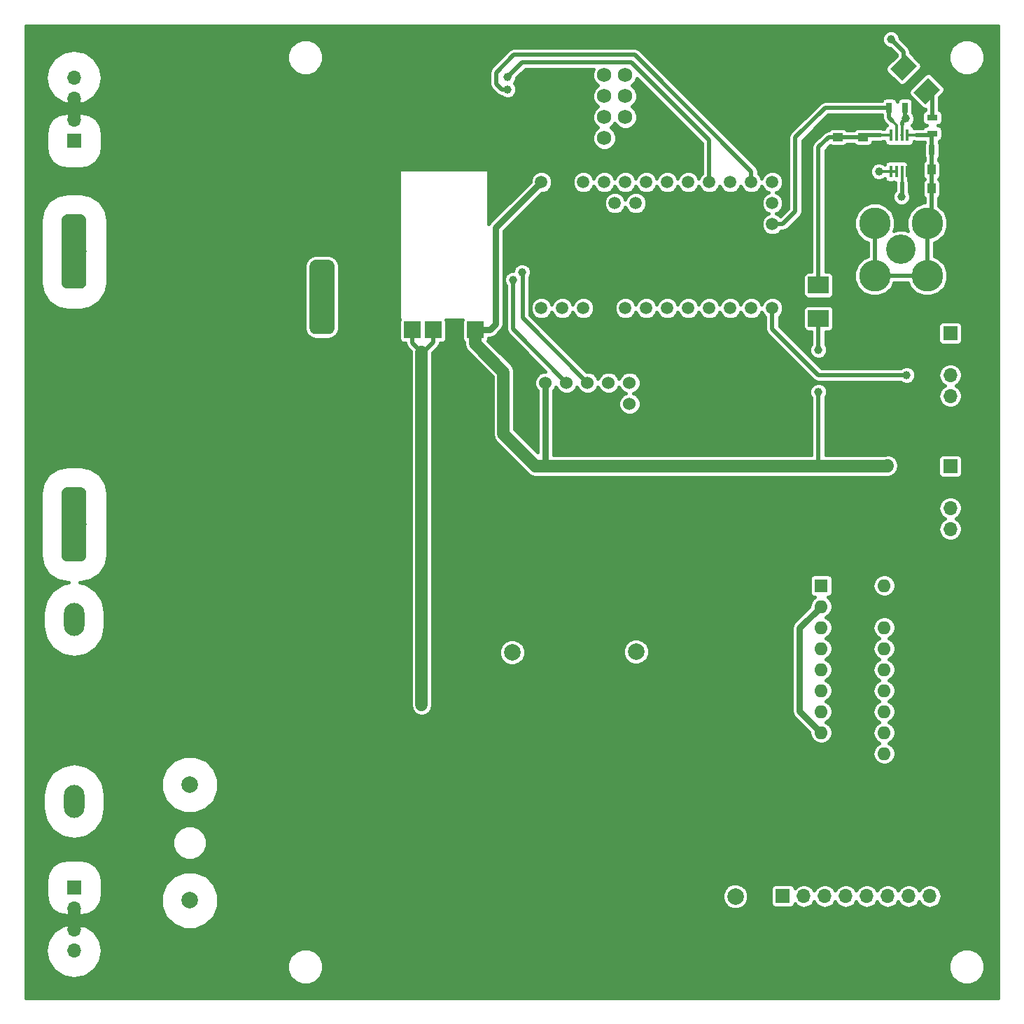
<source format=gbr>
G04 #@! TF.GenerationSoftware,KiCad,Pcbnew,no-vcs-found-1848834~58~ubuntu16.04.1*
G04 #@! TF.CreationDate,2017-06-18T23:28:25-07:00*
G04 #@! TF.ProjectId,DrGreenThumb,4472477265656E5468756D622E6B6963,rev?*
G04 #@! TF.FileFunction,Copper,L1,Top,Signal*
G04 #@! TF.FilePolarity,Positive*
%FSLAX46Y46*%
G04 Gerber Fmt 4.6, Leading zero omitted, Abs format (unit mm)*
G04 Created by KiCad (PCBNEW no-vcs-found-1848834~58~ubuntu16.04.1) date Sun Jun 18 23:28:25 2017*
%MOMM*%
%LPD*%
G01*
G04 APERTURE LIST*
%ADD10C,0.100000*%
%ADD11R,2.500000X2.000000*%
%ADD12C,2.000000*%
%ADD13C,3.810000*%
%ADD14C,3.556000*%
%ADD15C,1.500000*%
%ADD16C,1.524000*%
%ADD17C,3.000000*%
%ADD18C,6.000000*%
%ADD19R,2.000000X2.000000*%
%ADD20R,1.000000X1.250000*%
%ADD21R,1.250000X1.000000*%
%ADD22O,2.500000X4.000000*%
%ADD23O,1.600000X1.600000*%
%ADD24R,1.600000X1.600000*%
%ADD25R,0.450000X1.450000*%
%ADD26R,1.700000X1.700000*%
%ADD27O,1.700000X1.700000*%
%ADD28R,0.700000X1.300000*%
%ADD29R,1.300000X0.700000*%
%ADD30C,1.750000*%
%ADD31C,1.000000*%
%ADD32C,0.500000*%
%ADD33C,0.750000*%
%ADD34C,1.500000*%
%ADD35C,0.300000*%
%ADD36C,0.400000*%
G04 APERTURE END LIST*
D10*
D11*
X147066000Y-82582000D03*
X147066000Y-86582000D03*
D12*
X160164214Y-59072214D03*
D10*
G36*
X158573224Y-59248991D02*
X160340991Y-57481224D01*
X161755204Y-58895437D01*
X159987437Y-60663204D01*
X158573224Y-59248991D01*
X158573224Y-59248991D01*
G37*
D12*
X157335786Y-56243786D03*
D10*
G36*
X155744796Y-56420563D02*
X157512563Y-54652796D01*
X158926776Y-56067009D01*
X157159009Y-57834776D01*
X155744796Y-56420563D01*
X155744796Y-56420563D01*
G37*
D13*
X153848958Y-75072059D03*
X160198958Y-75072059D03*
X153848958Y-81422059D03*
D14*
X157023958Y-78247059D03*
D13*
X160198958Y-81422059D03*
D12*
X124984000Y-126904000D03*
X130064000Y-131984000D03*
X115080000Y-132080000D03*
X110000000Y-127000000D03*
D15*
X124968000Y-72644000D03*
X122428000Y-72644000D03*
X141478000Y-77724000D03*
X141478000Y-75184000D03*
X141478000Y-72644000D03*
X113538000Y-70104000D03*
X116078000Y-70104000D03*
X118618000Y-70104000D03*
X121158000Y-70104000D03*
X123698000Y-70104000D03*
X126238000Y-70104000D03*
X128778000Y-70104000D03*
X131318000Y-70104000D03*
X133858000Y-70104000D03*
X136398000Y-70104000D03*
X138938000Y-70104000D03*
X141478000Y-70104000D03*
X141478000Y-85344000D03*
X138938000Y-85344000D03*
X136398000Y-85344000D03*
X133858000Y-85344000D03*
X131318000Y-85344000D03*
X128778000Y-85344000D03*
X126238000Y-85344000D03*
X123698000Y-85344000D03*
X121158000Y-85344000D03*
X118618000Y-85344000D03*
X116078000Y-85344000D03*
X113538000Y-85344000D03*
D16*
X111506000Y-94380000D03*
X114046000Y-94380000D03*
X116586000Y-94380000D03*
X119126000Y-94380000D03*
X121666000Y-94380000D03*
X124206000Y-94380000D03*
X124206000Y-96920000D03*
D17*
X70000000Y-164000000D03*
D12*
X71000000Y-143000000D03*
X71000000Y-157000000D03*
D18*
X135000000Y-138000000D03*
D12*
X137000000Y-147500000D03*
X137000000Y-156500000D03*
D19*
X105540000Y-88000000D03*
X103000000Y-88000000D03*
X100460000Y-88000000D03*
X97920000Y-88000000D03*
D20*
X162730991Y-70890260D03*
X160730991Y-70890260D03*
D21*
X149423358Y-64664260D03*
X149423358Y-66664260D03*
X152423358Y-66664260D03*
X152423358Y-64664260D03*
D20*
X162730991Y-68604260D03*
X160730991Y-68604260D03*
D22*
X57000000Y-123000000D03*
X57000000Y-145000000D03*
D23*
X155000000Y-118920000D03*
X147380000Y-141780000D03*
X155000000Y-121460000D03*
X147380000Y-139240000D03*
X155000000Y-124000000D03*
X147380000Y-136700000D03*
X155000000Y-126540000D03*
X147380000Y-134160000D03*
X155000000Y-129080000D03*
X147380000Y-131620000D03*
X155000000Y-131620000D03*
X147380000Y-129080000D03*
X155000000Y-134160000D03*
X147380000Y-126540000D03*
X155000000Y-136700000D03*
X147380000Y-124000000D03*
X155000000Y-139240000D03*
X147380000Y-121460000D03*
X155000000Y-141780000D03*
D24*
X147380000Y-118920000D03*
D25*
X155849401Y-64422059D03*
X156499401Y-64422059D03*
X157149401Y-64422059D03*
X157799401Y-64422059D03*
X157799401Y-68822059D03*
X157149401Y-68822059D03*
X156499401Y-68822059D03*
X155849401Y-68822059D03*
D26*
X57000000Y-155460000D03*
D27*
X57000000Y-158000000D03*
X57000000Y-160540000D03*
X57000000Y-163080000D03*
X163000000Y-112080000D03*
X163000000Y-109540000D03*
X163000000Y-107000000D03*
D26*
X163000000Y-104460000D03*
X163000000Y-88380000D03*
D27*
X163000000Y-90920000D03*
X163000000Y-93460000D03*
X163000000Y-96000000D03*
X57000000Y-57460000D03*
X57000000Y-60000000D03*
X57000000Y-62540000D03*
D26*
X57000000Y-65080000D03*
D27*
X160528000Y-156464000D03*
X157988000Y-156464000D03*
X155448000Y-156464000D03*
X152908000Y-156464000D03*
X150368000Y-156464000D03*
X147828000Y-156464000D03*
X145288000Y-156464000D03*
D26*
X142748000Y-156464000D03*
D28*
X160780991Y-66228071D03*
X162680991Y-66228071D03*
X155616758Y-61111260D03*
X157516758Y-61111260D03*
D29*
X160833958Y-62320260D03*
X160833958Y-64220260D03*
D30*
X123698000Y-64770000D03*
X121158000Y-64770000D03*
X123698000Y-62230000D03*
X121158000Y-62230000D03*
X123698000Y-59690000D03*
X121158000Y-59690000D03*
X123698000Y-57150000D03*
X121158000Y-57150000D03*
D10*
G36*
X57823513Y-74003611D02*
X57896318Y-74014411D01*
X57967714Y-74032295D01*
X58037013Y-74057090D01*
X58103548Y-74088559D01*
X58166678Y-74126398D01*
X58225795Y-74170242D01*
X58280330Y-74219670D01*
X58329758Y-74274205D01*
X58373602Y-74333322D01*
X58411441Y-74396452D01*
X58442910Y-74462987D01*
X58467705Y-74532286D01*
X58485589Y-74603682D01*
X58496389Y-74676487D01*
X58500000Y-74750000D01*
X58500000Y-82250000D01*
X58496389Y-82323513D01*
X58485589Y-82396318D01*
X58467705Y-82467714D01*
X58442910Y-82537013D01*
X58411441Y-82603548D01*
X58373602Y-82666678D01*
X58329758Y-82725795D01*
X58280330Y-82780330D01*
X58225795Y-82829758D01*
X58166678Y-82873602D01*
X58103548Y-82911441D01*
X58037013Y-82942910D01*
X57967714Y-82967705D01*
X57896318Y-82985589D01*
X57823513Y-82996389D01*
X57750000Y-83000000D01*
X56250000Y-83000000D01*
X56176487Y-82996389D01*
X56103682Y-82985589D01*
X56032286Y-82967705D01*
X55962987Y-82942910D01*
X55896452Y-82911441D01*
X55833322Y-82873602D01*
X55774205Y-82829758D01*
X55719670Y-82780330D01*
X55670242Y-82725795D01*
X55626398Y-82666678D01*
X55588559Y-82603548D01*
X55557090Y-82537013D01*
X55532295Y-82467714D01*
X55514411Y-82396318D01*
X55503611Y-82323513D01*
X55500000Y-82250000D01*
X55500000Y-74750000D01*
X55503611Y-74676487D01*
X55514411Y-74603682D01*
X55532295Y-74532286D01*
X55557090Y-74462987D01*
X55588559Y-74396452D01*
X55626398Y-74333322D01*
X55670242Y-74274205D01*
X55719670Y-74219670D01*
X55774205Y-74170242D01*
X55833322Y-74126398D01*
X55896452Y-74088559D01*
X55962987Y-74057090D01*
X56032286Y-74032295D01*
X56103682Y-74014411D01*
X56176487Y-74003611D01*
X56250000Y-74000000D01*
X57750000Y-74000000D01*
X57823513Y-74003611D01*
X57823513Y-74003611D01*
G37*
D17*
X57000000Y-78500000D03*
D10*
G36*
X57823513Y-107003611D02*
X57896318Y-107014411D01*
X57967714Y-107032295D01*
X58037013Y-107057090D01*
X58103548Y-107088559D01*
X58166678Y-107126398D01*
X58225795Y-107170242D01*
X58280330Y-107219670D01*
X58329758Y-107274205D01*
X58373602Y-107333322D01*
X58411441Y-107396452D01*
X58442910Y-107462987D01*
X58467705Y-107532286D01*
X58485589Y-107603682D01*
X58496389Y-107676487D01*
X58500000Y-107750000D01*
X58500000Y-115250000D01*
X58496389Y-115323513D01*
X58485589Y-115396318D01*
X58467705Y-115467714D01*
X58442910Y-115537013D01*
X58411441Y-115603548D01*
X58373602Y-115666678D01*
X58329758Y-115725795D01*
X58280330Y-115780330D01*
X58225795Y-115829758D01*
X58166678Y-115873602D01*
X58103548Y-115911441D01*
X58037013Y-115942910D01*
X57967714Y-115967705D01*
X57896318Y-115985589D01*
X57823513Y-115996389D01*
X57750000Y-116000000D01*
X56250000Y-116000000D01*
X56176487Y-115996389D01*
X56103682Y-115985589D01*
X56032286Y-115967705D01*
X55962987Y-115942910D01*
X55896452Y-115911441D01*
X55833322Y-115873602D01*
X55774205Y-115829758D01*
X55719670Y-115780330D01*
X55670242Y-115725795D01*
X55626398Y-115666678D01*
X55588559Y-115603548D01*
X55557090Y-115537013D01*
X55532295Y-115467714D01*
X55514411Y-115396318D01*
X55503611Y-115323513D01*
X55500000Y-115250000D01*
X55500000Y-107750000D01*
X55503611Y-107676487D01*
X55514411Y-107603682D01*
X55532295Y-107532286D01*
X55557090Y-107462987D01*
X55588559Y-107396452D01*
X55626398Y-107333322D01*
X55670242Y-107274205D01*
X55719670Y-107219670D01*
X55774205Y-107170242D01*
X55833322Y-107126398D01*
X55896452Y-107088559D01*
X55962987Y-107057090D01*
X56032286Y-107032295D01*
X56103682Y-107014411D01*
X56176487Y-107003611D01*
X56250000Y-107000000D01*
X57750000Y-107000000D01*
X57823513Y-107003611D01*
X57823513Y-107003611D01*
G37*
D17*
X57000000Y-111500000D03*
D10*
G36*
X87823513Y-79503611D02*
X87896318Y-79514411D01*
X87967714Y-79532295D01*
X88037013Y-79557090D01*
X88103548Y-79588559D01*
X88166678Y-79626398D01*
X88225795Y-79670242D01*
X88280330Y-79719670D01*
X88329758Y-79774205D01*
X88373602Y-79833322D01*
X88411441Y-79896452D01*
X88442910Y-79962987D01*
X88467705Y-80032286D01*
X88485589Y-80103682D01*
X88496389Y-80176487D01*
X88500000Y-80250000D01*
X88500000Y-87750000D01*
X88496389Y-87823513D01*
X88485589Y-87896318D01*
X88467705Y-87967714D01*
X88442910Y-88037013D01*
X88411441Y-88103548D01*
X88373602Y-88166678D01*
X88329758Y-88225795D01*
X88280330Y-88280330D01*
X88225795Y-88329758D01*
X88166678Y-88373602D01*
X88103548Y-88411441D01*
X88037013Y-88442910D01*
X87967714Y-88467705D01*
X87896318Y-88485589D01*
X87823513Y-88496389D01*
X87750000Y-88500000D01*
X86250000Y-88500000D01*
X86176487Y-88496389D01*
X86103682Y-88485589D01*
X86032286Y-88467705D01*
X85962987Y-88442910D01*
X85896452Y-88411441D01*
X85833322Y-88373602D01*
X85774205Y-88329758D01*
X85719670Y-88280330D01*
X85670242Y-88225795D01*
X85626398Y-88166678D01*
X85588559Y-88103548D01*
X85557090Y-88037013D01*
X85532295Y-87967714D01*
X85514411Y-87896318D01*
X85503611Y-87823513D01*
X85500000Y-87750000D01*
X85500000Y-80250000D01*
X85503611Y-80176487D01*
X85514411Y-80103682D01*
X85532295Y-80032286D01*
X85557090Y-79962987D01*
X85588559Y-79896452D01*
X85626398Y-79833322D01*
X85670242Y-79774205D01*
X85719670Y-79719670D01*
X85774205Y-79670242D01*
X85833322Y-79626398D01*
X85896452Y-79588559D01*
X85962987Y-79557090D01*
X86032286Y-79532295D01*
X86103682Y-79514411D01*
X86176487Y-79503611D01*
X86250000Y-79500000D01*
X87750000Y-79500000D01*
X87823513Y-79503611D01*
X87823513Y-79503611D01*
G37*
D17*
X87000000Y-84000000D03*
D10*
G36*
X87823513Y-101503611D02*
X87896318Y-101514411D01*
X87967714Y-101532295D01*
X88037013Y-101557090D01*
X88103548Y-101588559D01*
X88166678Y-101626398D01*
X88225795Y-101670242D01*
X88280330Y-101719670D01*
X88329758Y-101774205D01*
X88373602Y-101833322D01*
X88411441Y-101896452D01*
X88442910Y-101962987D01*
X88467705Y-102032286D01*
X88485589Y-102103682D01*
X88496389Y-102176487D01*
X88500000Y-102250000D01*
X88500000Y-109750000D01*
X88496389Y-109823513D01*
X88485589Y-109896318D01*
X88467705Y-109967714D01*
X88442910Y-110037013D01*
X88411441Y-110103548D01*
X88373602Y-110166678D01*
X88329758Y-110225795D01*
X88280330Y-110280330D01*
X88225795Y-110329758D01*
X88166678Y-110373602D01*
X88103548Y-110411441D01*
X88037013Y-110442910D01*
X87967714Y-110467705D01*
X87896318Y-110485589D01*
X87823513Y-110496389D01*
X87750000Y-110500000D01*
X86250000Y-110500000D01*
X86176487Y-110496389D01*
X86103682Y-110485589D01*
X86032286Y-110467705D01*
X85962987Y-110442910D01*
X85896452Y-110411441D01*
X85833322Y-110373602D01*
X85774205Y-110329758D01*
X85719670Y-110280330D01*
X85670242Y-110225795D01*
X85626398Y-110166678D01*
X85588559Y-110103548D01*
X85557090Y-110037013D01*
X85532295Y-109967714D01*
X85514411Y-109896318D01*
X85503611Y-109823513D01*
X85500000Y-109750000D01*
X85500000Y-102250000D01*
X85503611Y-102176487D01*
X85514411Y-102103682D01*
X85532295Y-102032286D01*
X85557090Y-101962987D01*
X85588559Y-101896452D01*
X85626398Y-101833322D01*
X85670242Y-101774205D01*
X85719670Y-101719670D01*
X85774205Y-101670242D01*
X85833322Y-101626398D01*
X85896452Y-101588559D01*
X85962987Y-101557090D01*
X86032286Y-101532295D01*
X86103682Y-101514411D01*
X86176487Y-101503611D01*
X86250000Y-101500000D01*
X87750000Y-101500000D01*
X87823513Y-101503611D01*
X87823513Y-101503611D01*
G37*
D17*
X87000000Y-106000000D03*
D31*
X155448000Y-104394000D03*
X147066000Y-90424000D03*
X147066000Y-95504000D03*
X144526000Y-104460000D03*
X152908000Y-89154000D03*
X111636000Y-107442000D03*
X130810000Y-91186000D03*
X151054958Y-68096260D03*
X162738958Y-69747260D03*
X162680991Y-67334260D03*
X159309958Y-68858260D03*
X99060000Y-133350000D03*
X157734000Y-93472000D03*
X109474000Y-58927992D03*
X111200013Y-81000000D03*
X110109000Y-81915000D03*
X109474014Y-57404000D03*
X155832014Y-52832000D03*
X157607000Y-62420500D03*
X154368500Y-68834000D03*
X157099000Y-71882000D03*
D32*
X147066000Y-90424000D02*
X147066000Y-86582000D01*
D33*
X105540000Y-88000000D02*
X107290000Y-88000000D01*
X107290000Y-88000000D02*
X108000000Y-87290000D01*
X108000000Y-87290000D02*
X108000000Y-75642000D01*
X108000000Y-75642000D02*
X113538000Y-70104000D01*
D34*
X147066000Y-104460000D02*
X155382000Y-104460000D01*
X155382000Y-104460000D02*
X155448000Y-104394000D01*
D33*
X114046000Y-104460000D02*
X114046000Y-94380000D01*
D34*
X105540000Y-89662000D02*
X105540000Y-88000000D01*
X112842000Y-104460000D02*
X108966000Y-100584000D01*
X105540000Y-89662000D02*
X108966000Y-93088000D01*
X108966000Y-93088000D02*
X108966000Y-100584000D01*
X114046000Y-104460000D02*
X112842000Y-104460000D01*
X144526000Y-104460000D02*
X114046000Y-104460000D01*
D32*
X147066000Y-104460000D02*
X147066000Y-95504000D01*
D34*
X147066000Y-104460000D02*
X144526000Y-104460000D01*
D33*
X144780000Y-124060000D02*
X144780000Y-134100000D01*
X144780000Y-134100000D02*
X147380000Y-136700000D01*
X147380000Y-121460000D02*
X144780000Y-124060000D01*
D34*
X116078000Y-69043340D02*
X116078000Y-70104000D01*
X57000000Y-61214000D02*
X108248660Y-61214000D01*
X108248660Y-61214000D02*
X116078000Y-69043340D01*
X154674000Y-90920000D02*
X152908000Y-89154000D01*
X163000000Y-90920000D02*
X154674000Y-90920000D01*
X70000000Y-164000000D02*
X76792000Y-164000000D01*
X76792000Y-164000000D02*
X81026000Y-159766000D01*
X109000000Y-164000000D02*
X135000000Y-138000000D01*
X81026000Y-159766000D02*
X88138000Y-159766000D01*
X88138000Y-159766000D02*
X92372000Y-164000000D01*
X92372000Y-164000000D02*
X109000000Y-164000000D01*
X163000000Y-107000000D02*
X161797919Y-107000000D01*
X161797919Y-107000000D02*
X160528000Y-108269919D01*
X160528000Y-108269919D02*
X160528000Y-114808000D01*
X135000000Y-130806000D02*
X111636000Y-107442000D01*
X135000000Y-138000000D02*
X135000000Y-130806000D01*
X103000000Y-98806000D02*
X111636000Y-107442000D01*
X103000000Y-88000000D02*
X103000000Y-98806000D01*
X57000000Y-158000000D02*
X57000000Y-159258000D01*
X57000000Y-159258000D02*
X57000000Y-160540000D01*
X65512000Y-159512000D02*
X57254000Y-159512000D01*
X57254000Y-159512000D02*
X57000000Y-159258000D01*
X70000000Y-164000000D02*
X65512000Y-159512000D01*
X57000000Y-61214000D02*
X57000000Y-62540000D01*
X57000000Y-60000000D02*
X57000000Y-61214000D01*
X160528000Y-114808000D02*
X160528000Y-117063370D01*
X160528000Y-137383370D02*
X160528000Y-121158000D01*
X160528000Y-121158000D02*
X160528000Y-118587370D01*
X160528000Y-114808000D02*
X160528000Y-121158000D01*
X160528000Y-117063370D02*
X159766000Y-117825370D01*
X155000000Y-141780000D02*
X156131370Y-141780000D01*
X156131370Y-141780000D02*
X160528000Y-137383370D01*
X160528000Y-118587370D02*
X159766000Y-117825370D01*
X147380000Y-141780000D02*
X155000000Y-141780000D01*
X147380000Y-139240000D02*
X147380000Y-141780000D01*
X163000000Y-107000000D02*
X164202081Y-107000000D01*
X164202081Y-90920000D02*
X163000000Y-90920000D01*
X164202081Y-107000000D02*
X165862000Y-105340081D01*
X165862000Y-105340081D02*
X165862000Y-92579919D01*
X165862000Y-92579919D02*
X164202081Y-90920000D01*
X159766000Y-117825370D02*
X156131370Y-121460000D01*
X156131370Y-121460000D02*
X155000000Y-121460000D01*
X116078000Y-70104000D02*
X116078000Y-71164660D01*
X116078000Y-71164660D02*
X122637340Y-77724000D01*
X122637340Y-77724000D02*
X141478000Y-77724000D01*
D32*
X122383340Y-77978000D02*
X122637340Y-77724000D01*
D34*
X121158000Y-85344000D02*
X121158000Y-79203340D01*
X121158000Y-79203340D02*
X122383340Y-77978000D01*
X124714000Y-91186000D02*
X121158000Y-87630000D01*
X121158000Y-87630000D02*
X121158000Y-85344000D01*
X130810000Y-91186000D02*
X124714000Y-91186000D01*
D32*
X122682000Y-67818000D02*
X123698000Y-66802000D01*
X123698000Y-66802000D02*
X123698000Y-64770000D01*
X118364000Y-67818000D02*
X122682000Y-67818000D01*
X116078000Y-70104000D02*
X118364000Y-67818000D01*
D34*
X147380000Y-139240000D02*
X136240000Y-139240000D01*
X136240000Y-139240000D02*
X135000000Y-138000000D01*
D32*
X151054958Y-66664260D02*
X151054958Y-68096260D01*
X151054958Y-66664260D02*
X152423358Y-66664260D01*
X149423358Y-66664260D02*
X151054958Y-66664260D01*
X162738958Y-69747260D02*
X162730991Y-69755227D01*
X162730991Y-69755227D02*
X162730991Y-70890260D01*
X162730991Y-68604260D02*
X162730991Y-69739293D01*
X162730991Y-69739293D02*
X162738958Y-69747260D01*
X162680991Y-66228071D02*
X162680991Y-67334260D01*
X162680991Y-67334260D02*
X162680991Y-68554260D01*
X158867357Y-68822059D02*
X159273757Y-68822059D01*
X159273757Y-68822059D02*
X159309958Y-68858260D01*
X162680991Y-68554260D02*
X162730991Y-68604260D01*
D35*
X157799401Y-68822059D02*
X158867357Y-68822059D01*
D34*
X99060000Y-90678000D02*
X99060000Y-133350000D01*
D32*
X99060000Y-90678000D02*
X99282000Y-90678000D01*
X99282000Y-90678000D02*
X100460000Y-89500000D01*
X100460000Y-89500000D02*
X100460000Y-88000000D01*
X99060000Y-90678000D02*
X97920000Y-89538000D01*
X97920000Y-89538000D02*
X97920000Y-88000000D01*
X147054000Y-93460000D02*
X157722000Y-93460000D01*
X157722000Y-93460000D02*
X157734000Y-93472000D01*
X141478000Y-85344000D02*
X141478000Y-87884000D01*
X141478000Y-87884000D02*
X147054000Y-93460000D01*
X111259001Y-86513001D02*
X111259001Y-81058988D01*
X119126000Y-94380000D02*
X111259001Y-86513001D01*
X111259001Y-81058988D02*
X111200013Y-81000000D01*
X108766894Y-58927992D02*
X109474000Y-58927992D01*
X108069990Y-56851998D02*
X108069990Y-58231088D01*
X110197000Y-54724988D02*
X108069990Y-56851998D01*
X108069990Y-58231088D02*
X108766894Y-58927992D01*
X124828988Y-54724988D02*
X110197000Y-54724988D01*
X138938000Y-70104000D02*
X138938000Y-68834000D01*
X138938000Y-68834000D02*
X124828988Y-54724988D01*
X110109000Y-82622106D02*
X110109000Y-81915000D01*
X116586000Y-94380000D02*
X110109000Y-87903000D01*
X110109000Y-87903000D02*
X110109000Y-82622106D01*
X111253015Y-55624999D02*
X109474014Y-57404000D01*
X124430001Y-55624999D02*
X111253015Y-55624999D01*
X133858000Y-65052998D02*
X124430001Y-55624999D01*
X133858000Y-70104000D02*
X133858000Y-65052998D01*
X157335786Y-56243786D02*
X157335786Y-54335772D01*
X157335786Y-54335772D02*
X155832014Y-52832000D01*
X141478000Y-75184000D02*
X142748000Y-75184000D01*
X142748000Y-75184000D02*
X144272000Y-73660000D01*
X144272000Y-73660000D02*
X144272000Y-64717598D01*
X144272000Y-64717598D02*
X147878338Y-61111260D01*
X147878338Y-61111260D02*
X155616758Y-61111260D01*
X155616758Y-61111260D02*
X155616758Y-62320260D01*
X155616758Y-62320260D02*
X156033358Y-62736860D01*
D35*
X156499401Y-63202903D02*
X156033358Y-62736860D01*
X156499401Y-64422059D02*
X156499401Y-63202903D01*
D32*
X160198958Y-75072059D02*
X160198958Y-81422059D01*
X160198958Y-81422059D02*
X153848958Y-81422059D01*
X153848958Y-81422059D02*
X153848958Y-75072059D01*
X160730991Y-70890260D02*
X160730991Y-74540026D01*
X160730991Y-74540026D02*
X160198958Y-75072059D01*
X160780991Y-66228071D02*
X160780991Y-64273227D01*
X160780991Y-64273227D02*
X160833958Y-64220260D01*
X160730991Y-68604260D02*
X160730991Y-66278071D01*
X160730991Y-66278071D02*
X160780991Y-66228071D01*
X160730991Y-70890260D02*
X160730991Y-68604260D01*
X158843959Y-64422059D02*
X160606159Y-64422059D01*
D35*
X157799401Y-64422059D02*
X158843959Y-64422059D01*
D32*
X157162500Y-63119000D02*
X157162500Y-62865000D01*
X157162500Y-62865000D02*
X157607000Y-62420500D01*
D35*
X157162500Y-63119000D02*
X157162500Y-64383959D01*
D32*
X157516758Y-61111260D02*
X157516758Y-62330258D01*
X157516758Y-62330258D02*
X157607000Y-62420500D01*
D35*
X157162500Y-64383959D02*
X157124400Y-64422059D01*
X154368500Y-68834000D02*
X154380441Y-68822059D01*
X154380441Y-68822059D02*
X155849401Y-68822059D01*
X156499401Y-68822059D02*
X155849401Y-68822059D01*
D32*
X147066000Y-82582000D02*
X147066000Y-65896618D01*
X147066000Y-65896618D02*
X148298358Y-64664260D01*
X148298358Y-64664260D02*
X149423358Y-64664260D01*
X152676860Y-64410758D02*
X152423358Y-64664260D01*
X149340478Y-64747140D02*
X149423358Y-64664260D01*
X149423358Y-64664260D02*
X152423358Y-64664260D01*
X154534758Y-64413260D02*
X152674358Y-64413260D01*
X152674358Y-64413260D02*
X152423358Y-64664260D01*
D35*
X155849401Y-64422059D02*
X155026157Y-64422059D01*
X155026157Y-64422059D02*
X155017358Y-64413260D01*
X155017358Y-64413260D02*
X154534758Y-64413260D01*
D32*
X157149401Y-70147060D02*
X157149401Y-71831599D01*
X157149401Y-71831599D02*
X157099000Y-71882000D01*
D35*
X157149401Y-70147060D02*
X157149401Y-68847060D01*
D32*
X157149401Y-78121616D02*
X157023958Y-78247059D01*
D35*
X157149401Y-68847060D02*
X157174402Y-68822059D01*
D32*
X160833958Y-62320260D02*
X160833958Y-59741958D01*
X160833958Y-59741958D02*
X160164214Y-59072214D01*
D36*
G36*
X168800000Y-168800000D02*
X51200000Y-168800000D01*
X51200000Y-163080000D01*
X53584370Y-163080000D01*
X53839374Y-164361989D01*
X54565562Y-165448808D01*
X55652381Y-166174996D01*
X56934370Y-166430000D01*
X57065630Y-166430000D01*
X58347619Y-166174996D01*
X59434438Y-165448808D01*
X59443205Y-165435687D01*
X82799619Y-165435687D01*
X83133843Y-166244572D01*
X83752173Y-166863982D01*
X84560473Y-167199618D01*
X85435687Y-167200381D01*
X86244572Y-166866157D01*
X86863982Y-166247827D01*
X87199618Y-165439527D01*
X87199621Y-165435687D01*
X162799619Y-165435687D01*
X163133843Y-166244572D01*
X163752173Y-166863982D01*
X164560473Y-167199618D01*
X165435687Y-167200381D01*
X166244572Y-166866157D01*
X166863982Y-166247827D01*
X167199618Y-165439527D01*
X167200381Y-164564313D01*
X166866157Y-163755428D01*
X166247827Y-163136018D01*
X165439527Y-162800382D01*
X164564313Y-162799619D01*
X163755428Y-163133843D01*
X163136018Y-163752173D01*
X162800382Y-164560473D01*
X162799619Y-165435687D01*
X87199621Y-165435687D01*
X87200381Y-164564313D01*
X86866157Y-163755428D01*
X86247827Y-163136018D01*
X85439527Y-162800382D01*
X84564313Y-162799619D01*
X83755428Y-163133843D01*
X83136018Y-163752173D01*
X82800382Y-164560473D01*
X82799619Y-165435687D01*
X59443205Y-165435687D01*
X60160626Y-164361989D01*
X60415630Y-163080000D01*
X60160626Y-161798011D01*
X59434438Y-160711192D01*
X58347619Y-159985004D01*
X57065630Y-159730000D01*
X56934370Y-159730000D01*
X55652381Y-159985004D01*
X54565562Y-160711192D01*
X53839374Y-161798011D01*
X53584370Y-163080000D01*
X51200000Y-163080000D01*
X51200000Y-154610000D01*
X53601023Y-154610000D01*
X53601023Y-156310000D01*
X53795052Y-157285451D01*
X54347601Y-158112399D01*
X55174549Y-158664948D01*
X56150000Y-158858977D01*
X57850000Y-158858977D01*
X58825451Y-158664948D01*
X59652399Y-158112399D01*
X59932539Y-157693139D01*
X67499394Y-157693139D01*
X68031114Y-158980001D01*
X69014821Y-159965425D01*
X70300753Y-160499391D01*
X71693139Y-160500606D01*
X72980001Y-159968886D01*
X73965425Y-158985179D01*
X74499391Y-157699247D01*
X74500160Y-156816863D01*
X135399723Y-156816863D01*
X135642795Y-157405143D01*
X136092489Y-157855623D01*
X136680344Y-158099722D01*
X137316863Y-158100277D01*
X137905143Y-157857205D01*
X138355623Y-157407511D01*
X138599722Y-156819656D01*
X138600277Y-156183137D01*
X138365115Y-155614000D01*
X141286246Y-155614000D01*
X141286246Y-157314000D01*
X141332813Y-157548108D01*
X141465425Y-157746575D01*
X141663892Y-157879187D01*
X141898000Y-157925754D01*
X143598000Y-157925754D01*
X143832108Y-157879187D01*
X144030575Y-157746575D01*
X144163187Y-157548108D01*
X144190674Y-157409924D01*
X144262695Y-157517712D01*
X144733109Y-157832032D01*
X145288000Y-157942407D01*
X145842891Y-157832032D01*
X146313305Y-157517712D01*
X146558000Y-157151499D01*
X146802695Y-157517712D01*
X147273109Y-157832032D01*
X147828000Y-157942407D01*
X148382891Y-157832032D01*
X148853305Y-157517712D01*
X149098000Y-157151499D01*
X149342695Y-157517712D01*
X149813109Y-157832032D01*
X150368000Y-157942407D01*
X150922891Y-157832032D01*
X151393305Y-157517712D01*
X151638000Y-157151499D01*
X151882695Y-157517712D01*
X152353109Y-157832032D01*
X152908000Y-157942407D01*
X153462891Y-157832032D01*
X153933305Y-157517712D01*
X154178000Y-157151499D01*
X154422695Y-157517712D01*
X154893109Y-157832032D01*
X155448000Y-157942407D01*
X156002891Y-157832032D01*
X156473305Y-157517712D01*
X156718000Y-157151499D01*
X156962695Y-157517712D01*
X157433109Y-157832032D01*
X157988000Y-157942407D01*
X158542891Y-157832032D01*
X159013305Y-157517712D01*
X159258000Y-157151499D01*
X159502695Y-157517712D01*
X159973109Y-157832032D01*
X160528000Y-157942407D01*
X161082891Y-157832032D01*
X161553305Y-157517712D01*
X161867625Y-157047298D01*
X161978000Y-156492407D01*
X161978000Y-156435593D01*
X161867625Y-155880702D01*
X161553305Y-155410288D01*
X161082891Y-155095968D01*
X160528000Y-154985593D01*
X159973109Y-155095968D01*
X159502695Y-155410288D01*
X159258000Y-155776501D01*
X159013305Y-155410288D01*
X158542891Y-155095968D01*
X157988000Y-154985593D01*
X157433109Y-155095968D01*
X156962695Y-155410288D01*
X156718000Y-155776501D01*
X156473305Y-155410288D01*
X156002891Y-155095968D01*
X155448000Y-154985593D01*
X154893109Y-155095968D01*
X154422695Y-155410288D01*
X154178000Y-155776501D01*
X153933305Y-155410288D01*
X153462891Y-155095968D01*
X152908000Y-154985593D01*
X152353109Y-155095968D01*
X151882695Y-155410288D01*
X151638000Y-155776501D01*
X151393305Y-155410288D01*
X150922891Y-155095968D01*
X150368000Y-154985593D01*
X149813109Y-155095968D01*
X149342695Y-155410288D01*
X149098000Y-155776501D01*
X148853305Y-155410288D01*
X148382891Y-155095968D01*
X147828000Y-154985593D01*
X147273109Y-155095968D01*
X146802695Y-155410288D01*
X146558000Y-155776501D01*
X146313305Y-155410288D01*
X145842891Y-155095968D01*
X145288000Y-154985593D01*
X144733109Y-155095968D01*
X144262695Y-155410288D01*
X144190674Y-155518076D01*
X144163187Y-155379892D01*
X144030575Y-155181425D01*
X143832108Y-155048813D01*
X143598000Y-155002246D01*
X141898000Y-155002246D01*
X141663892Y-155048813D01*
X141465425Y-155181425D01*
X141332813Y-155379892D01*
X141286246Y-155614000D01*
X138365115Y-155614000D01*
X138357205Y-155594857D01*
X137907511Y-155144377D01*
X137319656Y-154900278D01*
X136683137Y-154899723D01*
X136094857Y-155142795D01*
X135644377Y-155592489D01*
X135400278Y-156180344D01*
X135399723Y-156816863D01*
X74500160Y-156816863D01*
X74500606Y-156306861D01*
X73968886Y-155019999D01*
X72985179Y-154034575D01*
X71699247Y-153500609D01*
X70306861Y-153499394D01*
X69019999Y-154031114D01*
X68034575Y-155014821D01*
X67500609Y-156300753D01*
X67499394Y-157693139D01*
X59932539Y-157693139D01*
X60204948Y-157285451D01*
X60398977Y-156310000D01*
X60398977Y-154610000D01*
X60204948Y-153634549D01*
X59652399Y-152807601D01*
X58825451Y-152255052D01*
X57850000Y-152061023D01*
X56150000Y-152061023D01*
X55174549Y-152255052D01*
X54347601Y-152807601D01*
X53795052Y-153634549D01*
X53601023Y-154610000D01*
X51200000Y-154610000D01*
X51200000Y-150415883D01*
X68899637Y-150415883D01*
X69218669Y-151188000D01*
X69808893Y-151779255D01*
X70580452Y-152099634D01*
X71415883Y-152100363D01*
X72188000Y-151781331D01*
X72779255Y-151191107D01*
X73099634Y-150419548D01*
X73100363Y-149584117D01*
X72781331Y-148812000D01*
X72191107Y-148220745D01*
X71419548Y-147900366D01*
X70584117Y-147899637D01*
X69812000Y-148218669D01*
X69220745Y-148808893D01*
X68900366Y-149580452D01*
X68899637Y-150415883D01*
X51200000Y-150415883D01*
X51200000Y-144161840D01*
X53250000Y-144161840D01*
X53250000Y-145838160D01*
X53535452Y-147273223D01*
X54348350Y-148489810D01*
X55564937Y-149302708D01*
X57000000Y-149588160D01*
X58435063Y-149302708D01*
X59651650Y-148489810D01*
X60464548Y-147273223D01*
X60750000Y-145838160D01*
X60750000Y-144161840D01*
X60656770Y-143693139D01*
X67499394Y-143693139D01*
X68031114Y-144980001D01*
X69014821Y-145965425D01*
X70300753Y-146499391D01*
X71693139Y-146500606D01*
X72980001Y-145968886D01*
X73965425Y-144985179D01*
X74499391Y-143699247D01*
X74500606Y-142306861D01*
X73968886Y-141019999D01*
X72985179Y-140034575D01*
X71699247Y-139500609D01*
X70306861Y-139499394D01*
X69019999Y-140031114D01*
X68034575Y-141014821D01*
X67500609Y-142300753D01*
X67499394Y-143693139D01*
X60656770Y-143693139D01*
X60464548Y-142726777D01*
X59651650Y-141510190D01*
X58435063Y-140697292D01*
X57000000Y-140411840D01*
X55564937Y-140697292D01*
X54348350Y-141510190D01*
X53535452Y-142726777D01*
X53250000Y-144161840D01*
X51200000Y-144161840D01*
X51200000Y-107750000D01*
X52951023Y-107750000D01*
X52951023Y-115250000D01*
X53202143Y-116512464D01*
X53917271Y-117582729D01*
X54987536Y-118297857D01*
X56250000Y-118548977D01*
X56310566Y-118548977D01*
X55564937Y-118697292D01*
X54348350Y-119510190D01*
X53535452Y-120726777D01*
X53250000Y-122161840D01*
X53250000Y-123838160D01*
X53535452Y-125273223D01*
X54348350Y-126489810D01*
X55564937Y-127302708D01*
X57000000Y-127588160D01*
X58435063Y-127302708D01*
X59651650Y-126489810D01*
X60464548Y-125273223D01*
X60750000Y-123838160D01*
X60750000Y-122161840D01*
X60464548Y-120726777D01*
X59651650Y-119510190D01*
X58435063Y-118697292D01*
X57689434Y-118548977D01*
X57750000Y-118548977D01*
X59012464Y-118297857D01*
X60082729Y-117582729D01*
X60797857Y-116512464D01*
X61048977Y-115250000D01*
X61048977Y-107750000D01*
X60797857Y-106487536D01*
X60082729Y-105417271D01*
X59012464Y-104702143D01*
X57750000Y-104451023D01*
X56250000Y-104451023D01*
X54987536Y-104702143D01*
X53917271Y-105417271D01*
X53202143Y-106487536D01*
X52951023Y-107750000D01*
X51200000Y-107750000D01*
X51200000Y-74750000D01*
X52951023Y-74750000D01*
X52951023Y-82250000D01*
X53202143Y-83512464D01*
X53917271Y-84582729D01*
X54987536Y-85297857D01*
X56250000Y-85548977D01*
X57750000Y-85548977D01*
X59012464Y-85297857D01*
X60082729Y-84582729D01*
X60797857Y-83512464D01*
X61048977Y-82250000D01*
X61048977Y-80250000D01*
X84888246Y-80250000D01*
X84888246Y-87750000D01*
X84991903Y-88271121D01*
X85287095Y-88712905D01*
X85728879Y-89008097D01*
X86250000Y-89111754D01*
X87750000Y-89111754D01*
X88271121Y-89008097D01*
X88712905Y-88712905D01*
X89008097Y-88271121D01*
X89111754Y-87750000D01*
X89111754Y-87000000D01*
X96308246Y-87000000D01*
X96308246Y-89000000D01*
X96354813Y-89234108D01*
X96487425Y-89432575D01*
X96685892Y-89565187D01*
X96920000Y-89611754D01*
X97084670Y-89611754D01*
X97134702Y-89863281D01*
X97318959Y-90139041D01*
X97734541Y-90554623D01*
X97710000Y-90678000D01*
X97710000Y-133350000D01*
X97812763Y-133866623D01*
X98105406Y-134304594D01*
X98543377Y-134597237D01*
X99060000Y-134700000D01*
X99576623Y-134597237D01*
X100014594Y-134304594D01*
X100307237Y-133866623D01*
X100410000Y-133350000D01*
X100410000Y-127316863D01*
X108399723Y-127316863D01*
X108642795Y-127905143D01*
X109092489Y-128355623D01*
X109680344Y-128599722D01*
X110316863Y-128600277D01*
X110905143Y-128357205D01*
X111355623Y-127907511D01*
X111599722Y-127319656D01*
X111599808Y-127220863D01*
X123383723Y-127220863D01*
X123626795Y-127809143D01*
X124076489Y-128259623D01*
X124664344Y-128503722D01*
X125300863Y-128504277D01*
X125889143Y-128261205D01*
X126339623Y-127811511D01*
X126583722Y-127223656D01*
X126584277Y-126587137D01*
X126341205Y-125998857D01*
X125891511Y-125548377D01*
X125303656Y-125304278D01*
X124667137Y-125303723D01*
X124078857Y-125546795D01*
X123628377Y-125996489D01*
X123384278Y-126584344D01*
X123383723Y-127220863D01*
X111599808Y-127220863D01*
X111600277Y-126683137D01*
X111357205Y-126094857D01*
X110907511Y-125644377D01*
X110319656Y-125400278D01*
X109683137Y-125399723D01*
X109094857Y-125642795D01*
X108644377Y-126092489D01*
X108400278Y-126680344D01*
X108399723Y-127316863D01*
X100410000Y-127316863D01*
X100410000Y-124060000D01*
X143805000Y-124060000D01*
X143805000Y-134100000D01*
X143879217Y-134473117D01*
X144090571Y-134789429D01*
X145960630Y-136659488D01*
X145952572Y-136700000D01*
X146059141Y-137235757D01*
X146362623Y-137689949D01*
X146816815Y-137993431D01*
X147352572Y-138100000D01*
X147407428Y-138100000D01*
X147943185Y-137993431D01*
X148397377Y-137689949D01*
X148700859Y-137235757D01*
X148807428Y-136700000D01*
X148700859Y-136164243D01*
X148397377Y-135710051D01*
X147978252Y-135430000D01*
X148397377Y-135149949D01*
X148700859Y-134695757D01*
X148807428Y-134160000D01*
X148700859Y-133624243D01*
X148397377Y-133170051D01*
X147978252Y-132890000D01*
X148397377Y-132609949D01*
X148700859Y-132155757D01*
X148807428Y-131620000D01*
X148700859Y-131084243D01*
X148397377Y-130630051D01*
X147978252Y-130350000D01*
X148397377Y-130069949D01*
X148700859Y-129615757D01*
X148807428Y-129080000D01*
X148700859Y-128544243D01*
X148397377Y-128090051D01*
X147978252Y-127810000D01*
X148397377Y-127529949D01*
X148700859Y-127075757D01*
X148807428Y-126540000D01*
X148700859Y-126004243D01*
X148397377Y-125550051D01*
X147978252Y-125270000D01*
X148397377Y-124989949D01*
X148700859Y-124535757D01*
X148807428Y-124000000D01*
X153572572Y-124000000D01*
X153679141Y-124535757D01*
X153982623Y-124989949D01*
X154401748Y-125270000D01*
X153982623Y-125550051D01*
X153679141Y-126004243D01*
X153572572Y-126540000D01*
X153679141Y-127075757D01*
X153982623Y-127529949D01*
X154401748Y-127810000D01*
X153982623Y-128090051D01*
X153679141Y-128544243D01*
X153572572Y-129080000D01*
X153679141Y-129615757D01*
X153982623Y-130069949D01*
X154401748Y-130350000D01*
X153982623Y-130630051D01*
X153679141Y-131084243D01*
X153572572Y-131620000D01*
X153679141Y-132155757D01*
X153982623Y-132609949D01*
X154401748Y-132890000D01*
X153982623Y-133170051D01*
X153679141Y-133624243D01*
X153572572Y-134160000D01*
X153679141Y-134695757D01*
X153982623Y-135149949D01*
X154401748Y-135430000D01*
X153982623Y-135710051D01*
X153679141Y-136164243D01*
X153572572Y-136700000D01*
X153679141Y-137235757D01*
X153982623Y-137689949D01*
X154401748Y-137970000D01*
X153982623Y-138250051D01*
X153679141Y-138704243D01*
X153572572Y-139240000D01*
X153679141Y-139775757D01*
X153982623Y-140229949D01*
X154436815Y-140533431D01*
X154972572Y-140640000D01*
X155027428Y-140640000D01*
X155563185Y-140533431D01*
X156017377Y-140229949D01*
X156320859Y-139775757D01*
X156427428Y-139240000D01*
X156320859Y-138704243D01*
X156017377Y-138250051D01*
X155598252Y-137970000D01*
X156017377Y-137689949D01*
X156320859Y-137235757D01*
X156427428Y-136700000D01*
X156320859Y-136164243D01*
X156017377Y-135710051D01*
X155598252Y-135430000D01*
X156017377Y-135149949D01*
X156320859Y-134695757D01*
X156427428Y-134160000D01*
X156320859Y-133624243D01*
X156017377Y-133170051D01*
X155598252Y-132890000D01*
X156017377Y-132609949D01*
X156320859Y-132155757D01*
X156427428Y-131620000D01*
X156320859Y-131084243D01*
X156017377Y-130630051D01*
X155598252Y-130350000D01*
X156017377Y-130069949D01*
X156320859Y-129615757D01*
X156427428Y-129080000D01*
X156320859Y-128544243D01*
X156017377Y-128090051D01*
X155598252Y-127810000D01*
X156017377Y-127529949D01*
X156320859Y-127075757D01*
X156427428Y-126540000D01*
X156320859Y-126004243D01*
X156017377Y-125550051D01*
X155598252Y-125270000D01*
X156017377Y-124989949D01*
X156320859Y-124535757D01*
X156427428Y-124000000D01*
X156320859Y-123464243D01*
X156017377Y-123010051D01*
X155563185Y-122706569D01*
X155027428Y-122600000D01*
X154972572Y-122600000D01*
X154436815Y-122706569D01*
X153982623Y-123010051D01*
X153679141Y-123464243D01*
X153572572Y-124000000D01*
X148807428Y-124000000D01*
X148700859Y-123464243D01*
X148397377Y-123010051D01*
X147978252Y-122730000D01*
X148397377Y-122449949D01*
X148700859Y-121995757D01*
X148807428Y-121460000D01*
X148700859Y-120924243D01*
X148397377Y-120470051D01*
X148188015Y-120330160D01*
X148414108Y-120285187D01*
X148612575Y-120152575D01*
X148745187Y-119954108D01*
X148791754Y-119720000D01*
X148791754Y-118920000D01*
X153572572Y-118920000D01*
X153679141Y-119455757D01*
X153982623Y-119909949D01*
X154436815Y-120213431D01*
X154972572Y-120320000D01*
X155027428Y-120320000D01*
X155563185Y-120213431D01*
X156017377Y-119909949D01*
X156320859Y-119455757D01*
X156427428Y-118920000D01*
X156320859Y-118384243D01*
X156017377Y-117930051D01*
X155563185Y-117626569D01*
X155027428Y-117520000D01*
X154972572Y-117520000D01*
X154436815Y-117626569D01*
X153982623Y-117930051D01*
X153679141Y-118384243D01*
X153572572Y-118920000D01*
X148791754Y-118920000D01*
X148791754Y-118120000D01*
X148745187Y-117885892D01*
X148612575Y-117687425D01*
X148414108Y-117554813D01*
X148180000Y-117508246D01*
X146580000Y-117508246D01*
X146345892Y-117554813D01*
X146147425Y-117687425D01*
X146014813Y-117885892D01*
X145968246Y-118120000D01*
X145968246Y-119720000D01*
X146014813Y-119954108D01*
X146147425Y-120152575D01*
X146345892Y-120285187D01*
X146571985Y-120330160D01*
X146362623Y-120470051D01*
X146059141Y-120924243D01*
X145952572Y-121460000D01*
X145960630Y-121500512D01*
X144090571Y-123370571D01*
X143879217Y-123686883D01*
X143879217Y-123686884D01*
X143805000Y-124060000D01*
X100410000Y-124060000D01*
X100410000Y-109540000D01*
X161521593Y-109540000D01*
X161631968Y-110094891D01*
X161946288Y-110565305D01*
X162312501Y-110810000D01*
X161946288Y-111054695D01*
X161631968Y-111525109D01*
X161521593Y-112080000D01*
X161631968Y-112634891D01*
X161946288Y-113105305D01*
X162416702Y-113419625D01*
X162971593Y-113530000D01*
X163028407Y-113530000D01*
X163583298Y-113419625D01*
X164053712Y-113105305D01*
X164368032Y-112634891D01*
X164478407Y-112080000D01*
X164368032Y-111525109D01*
X164053712Y-111054695D01*
X163687499Y-110810000D01*
X164053712Y-110565305D01*
X164368032Y-110094891D01*
X164478407Y-109540000D01*
X164368032Y-108985109D01*
X164053712Y-108514695D01*
X163583298Y-108200375D01*
X163028407Y-108090000D01*
X162971593Y-108090000D01*
X162416702Y-108200375D01*
X161946288Y-108514695D01*
X161631968Y-108985109D01*
X161521593Y-109540000D01*
X100410000Y-109540000D01*
X100410000Y-90752082D01*
X101061038Y-90101043D01*
X101061041Y-90101041D01*
X101245298Y-89825281D01*
X101265562Y-89723406D01*
X101287772Y-89611754D01*
X101460000Y-89611754D01*
X101694108Y-89565187D01*
X101892575Y-89432575D01*
X102025187Y-89234108D01*
X102071754Y-89000000D01*
X102071754Y-87000000D01*
X102025187Y-86765892D01*
X102024195Y-86764407D01*
X103975805Y-86764407D01*
X103974813Y-86765892D01*
X103928246Y-87000000D01*
X103928246Y-89000000D01*
X103974813Y-89234108D01*
X104107425Y-89432575D01*
X104190000Y-89487750D01*
X104190000Y-89662000D01*
X104292763Y-90178623D01*
X104456719Y-90424000D01*
X104585406Y-90616594D01*
X107616000Y-93647188D01*
X107616000Y-100584000D01*
X107718763Y-101100623D01*
X108011406Y-101538594D01*
X111887406Y-105414594D01*
X112325378Y-105707238D01*
X112842000Y-105810000D01*
X155382000Y-105810000D01*
X155898623Y-105707237D01*
X156336594Y-105414594D01*
X156402594Y-105348594D01*
X156695237Y-104910622D01*
X156798000Y-104394000D01*
X156695237Y-103877378D01*
X156516582Y-103610000D01*
X161538246Y-103610000D01*
X161538246Y-105310000D01*
X161584813Y-105544108D01*
X161717425Y-105742575D01*
X161915892Y-105875187D01*
X162150000Y-105921754D01*
X163850000Y-105921754D01*
X164084108Y-105875187D01*
X164282575Y-105742575D01*
X164415187Y-105544108D01*
X164461754Y-105310000D01*
X164461754Y-103610000D01*
X164415187Y-103375892D01*
X164282575Y-103177425D01*
X164084108Y-103044813D01*
X163850000Y-102998246D01*
X162150000Y-102998246D01*
X161915892Y-103044813D01*
X161717425Y-103177425D01*
X161584813Y-103375892D01*
X161538246Y-103610000D01*
X156516582Y-103610000D01*
X156402594Y-103439406D01*
X155964622Y-103146763D01*
X155448000Y-103044000D01*
X155116197Y-103110000D01*
X147916000Y-103110000D01*
X147916000Y-96209761D01*
X147997991Y-96127913D01*
X148165808Y-95723763D01*
X148166190Y-95286156D01*
X147999078Y-94881714D01*
X147689913Y-94572009D01*
X147285763Y-94404192D01*
X146848156Y-94403810D01*
X146443714Y-94570922D01*
X146134009Y-94880087D01*
X145966192Y-95284237D01*
X145965810Y-95721844D01*
X146132922Y-96126286D01*
X146216000Y-96209509D01*
X146216000Y-103110000D01*
X115021000Y-103110000D01*
X115021000Y-95331180D01*
X115199974Y-95152518D01*
X115316029Y-94873028D01*
X115430679Y-95150503D01*
X115813482Y-95533974D01*
X116313893Y-95741763D01*
X116855730Y-95742236D01*
X117356503Y-95535321D01*
X117739974Y-95152518D01*
X117856029Y-94873028D01*
X117970679Y-95150503D01*
X118353482Y-95533974D01*
X118853893Y-95741763D01*
X119395730Y-95742236D01*
X119896503Y-95535321D01*
X120279974Y-95152518D01*
X120396029Y-94873028D01*
X120510679Y-95150503D01*
X120893482Y-95533974D01*
X121393893Y-95741763D01*
X121935730Y-95742236D01*
X122436503Y-95535321D01*
X122819974Y-95152518D01*
X122936029Y-94873028D01*
X123050679Y-95150503D01*
X123433482Y-95533974D01*
X123712972Y-95650029D01*
X123435497Y-95764679D01*
X123052026Y-96147482D01*
X122844237Y-96647893D01*
X122843764Y-97189730D01*
X123050679Y-97690503D01*
X123433482Y-98073974D01*
X123933893Y-98281763D01*
X124475730Y-98282236D01*
X124976503Y-98075321D01*
X125359974Y-97692518D01*
X125567763Y-97192107D01*
X125568236Y-96650270D01*
X125361321Y-96149497D01*
X124978518Y-95766026D01*
X124699028Y-95649971D01*
X124976503Y-95535321D01*
X125359974Y-95152518D01*
X125567763Y-94652107D01*
X125568236Y-94110270D01*
X125361321Y-93609497D01*
X124978518Y-93226026D01*
X124478107Y-93018237D01*
X123936270Y-93017764D01*
X123435497Y-93224679D01*
X123052026Y-93607482D01*
X122935971Y-93886972D01*
X122821321Y-93609497D01*
X122438518Y-93226026D01*
X121938107Y-93018237D01*
X121396270Y-93017764D01*
X120895497Y-93224679D01*
X120512026Y-93607482D01*
X120395971Y-93886972D01*
X120281321Y-93609497D01*
X119898518Y-93226026D01*
X119398107Y-93018237D01*
X118965942Y-93017860D01*
X112109001Y-86160919D01*
X112109001Y-85611353D01*
X112187766Y-85611353D01*
X112392858Y-86107715D01*
X112772288Y-86487807D01*
X113268290Y-86693765D01*
X113805353Y-86694234D01*
X114301715Y-86489142D01*
X114681807Y-86109712D01*
X114808056Y-85805670D01*
X114932858Y-86107715D01*
X115312288Y-86487807D01*
X115808290Y-86693765D01*
X116345353Y-86694234D01*
X116841715Y-86489142D01*
X117221807Y-86109712D01*
X117348056Y-85805670D01*
X117472858Y-86107715D01*
X117852288Y-86487807D01*
X118348290Y-86693765D01*
X118885353Y-86694234D01*
X119381715Y-86489142D01*
X119761807Y-86109712D01*
X119967765Y-85613710D01*
X119967767Y-85611353D01*
X122347766Y-85611353D01*
X122552858Y-86107715D01*
X122932288Y-86487807D01*
X123428290Y-86693765D01*
X123965353Y-86694234D01*
X124461715Y-86489142D01*
X124841807Y-86109712D01*
X124968056Y-85805670D01*
X125092858Y-86107715D01*
X125472288Y-86487807D01*
X125968290Y-86693765D01*
X126505353Y-86694234D01*
X127001715Y-86489142D01*
X127381807Y-86109712D01*
X127508056Y-85805670D01*
X127632858Y-86107715D01*
X128012288Y-86487807D01*
X128508290Y-86693765D01*
X129045353Y-86694234D01*
X129541715Y-86489142D01*
X129921807Y-86109712D01*
X130048056Y-85805670D01*
X130172858Y-86107715D01*
X130552288Y-86487807D01*
X131048290Y-86693765D01*
X131585353Y-86694234D01*
X132081715Y-86489142D01*
X132461807Y-86109712D01*
X132588056Y-85805670D01*
X132712858Y-86107715D01*
X133092288Y-86487807D01*
X133588290Y-86693765D01*
X134125353Y-86694234D01*
X134621715Y-86489142D01*
X135001807Y-86109712D01*
X135128056Y-85805670D01*
X135252858Y-86107715D01*
X135632288Y-86487807D01*
X136128290Y-86693765D01*
X136665353Y-86694234D01*
X137161715Y-86489142D01*
X137541807Y-86109712D01*
X137668056Y-85805670D01*
X137792858Y-86107715D01*
X138172288Y-86487807D01*
X138668290Y-86693765D01*
X139205353Y-86694234D01*
X139701715Y-86489142D01*
X140081807Y-86109712D01*
X140208056Y-85805670D01*
X140332858Y-86107715D01*
X140628000Y-86403372D01*
X140628000Y-87884000D01*
X140692702Y-88209281D01*
X140876959Y-88485041D01*
X146452959Y-94061041D01*
X146728719Y-94245298D01*
X147054000Y-94310000D01*
X157016260Y-94310000D01*
X157110087Y-94403991D01*
X157514237Y-94571808D01*
X157951844Y-94572190D01*
X158356286Y-94405078D01*
X158665991Y-94095913D01*
X158833808Y-93691763D01*
X158834010Y-93460000D01*
X161521593Y-93460000D01*
X161631968Y-94014891D01*
X161946288Y-94485305D01*
X162312501Y-94730000D01*
X161946288Y-94974695D01*
X161631968Y-95445109D01*
X161521593Y-96000000D01*
X161631968Y-96554891D01*
X161946288Y-97025305D01*
X162416702Y-97339625D01*
X162971593Y-97450000D01*
X163028407Y-97450000D01*
X163583298Y-97339625D01*
X164053712Y-97025305D01*
X164368032Y-96554891D01*
X164478407Y-96000000D01*
X164368032Y-95445109D01*
X164053712Y-94974695D01*
X163687499Y-94730000D01*
X164053712Y-94485305D01*
X164368032Y-94014891D01*
X164478407Y-93460000D01*
X164368032Y-92905109D01*
X164053712Y-92434695D01*
X163583298Y-92120375D01*
X163028407Y-92010000D01*
X162971593Y-92010000D01*
X162416702Y-92120375D01*
X161946288Y-92434695D01*
X161631968Y-92905109D01*
X161521593Y-93460000D01*
X158834010Y-93460000D01*
X158834190Y-93254156D01*
X158667078Y-92849714D01*
X158357913Y-92540009D01*
X157953763Y-92372192D01*
X157516156Y-92371810D01*
X157111714Y-92538922D01*
X157040512Y-92610000D01*
X147406082Y-92610000D01*
X142328000Y-87531918D01*
X142328000Y-86403007D01*
X142621807Y-86109712D01*
X142827765Y-85613710D01*
X142827792Y-85582000D01*
X145204246Y-85582000D01*
X145204246Y-87582000D01*
X145250813Y-87816108D01*
X145383425Y-88014575D01*
X145581892Y-88147187D01*
X145816000Y-88193754D01*
X146216000Y-88193754D01*
X146216000Y-89718239D01*
X146134009Y-89800087D01*
X145966192Y-90204237D01*
X145965810Y-90641844D01*
X146132922Y-91046286D01*
X146442087Y-91355991D01*
X146846237Y-91523808D01*
X147283844Y-91524190D01*
X147688286Y-91357078D01*
X147997991Y-91047913D01*
X148165808Y-90643763D01*
X148166190Y-90206156D01*
X147999078Y-89801714D01*
X147916000Y-89718491D01*
X147916000Y-88193754D01*
X148316000Y-88193754D01*
X148550108Y-88147187D01*
X148748575Y-88014575D01*
X148881187Y-87816108D01*
X148927754Y-87582000D01*
X148927754Y-87530000D01*
X161538246Y-87530000D01*
X161538246Y-89230000D01*
X161584813Y-89464108D01*
X161717425Y-89662575D01*
X161915892Y-89795187D01*
X162150000Y-89841754D01*
X163850000Y-89841754D01*
X164084108Y-89795187D01*
X164282575Y-89662575D01*
X164415187Y-89464108D01*
X164461754Y-89230000D01*
X164461754Y-87530000D01*
X164415187Y-87295892D01*
X164282575Y-87097425D01*
X164084108Y-86964813D01*
X163850000Y-86918246D01*
X162150000Y-86918246D01*
X161915892Y-86964813D01*
X161717425Y-87097425D01*
X161584813Y-87295892D01*
X161538246Y-87530000D01*
X148927754Y-87530000D01*
X148927754Y-85582000D01*
X148881187Y-85347892D01*
X148748575Y-85149425D01*
X148550108Y-85016813D01*
X148316000Y-84970246D01*
X145816000Y-84970246D01*
X145581892Y-85016813D01*
X145383425Y-85149425D01*
X145250813Y-85347892D01*
X145204246Y-85582000D01*
X142827792Y-85582000D01*
X142828234Y-85076647D01*
X142623142Y-84580285D01*
X142243712Y-84200193D01*
X141747710Y-83994235D01*
X141210647Y-83993766D01*
X140714285Y-84198858D01*
X140334193Y-84578288D01*
X140207944Y-84882330D01*
X140083142Y-84580285D01*
X139703712Y-84200193D01*
X139207710Y-83994235D01*
X138670647Y-83993766D01*
X138174285Y-84198858D01*
X137794193Y-84578288D01*
X137667944Y-84882330D01*
X137543142Y-84580285D01*
X137163712Y-84200193D01*
X136667710Y-83994235D01*
X136130647Y-83993766D01*
X135634285Y-84198858D01*
X135254193Y-84578288D01*
X135127944Y-84882330D01*
X135003142Y-84580285D01*
X134623712Y-84200193D01*
X134127710Y-83994235D01*
X133590647Y-83993766D01*
X133094285Y-84198858D01*
X132714193Y-84578288D01*
X132587944Y-84882330D01*
X132463142Y-84580285D01*
X132083712Y-84200193D01*
X131587710Y-83994235D01*
X131050647Y-83993766D01*
X130554285Y-84198858D01*
X130174193Y-84578288D01*
X130047944Y-84882330D01*
X129923142Y-84580285D01*
X129543712Y-84200193D01*
X129047710Y-83994235D01*
X128510647Y-83993766D01*
X128014285Y-84198858D01*
X127634193Y-84578288D01*
X127507944Y-84882330D01*
X127383142Y-84580285D01*
X127003712Y-84200193D01*
X126507710Y-83994235D01*
X125970647Y-83993766D01*
X125474285Y-84198858D01*
X125094193Y-84578288D01*
X124967944Y-84882330D01*
X124843142Y-84580285D01*
X124463712Y-84200193D01*
X123967710Y-83994235D01*
X123430647Y-83993766D01*
X122934285Y-84198858D01*
X122554193Y-84578288D01*
X122348235Y-85074290D01*
X122347766Y-85611353D01*
X119967767Y-85611353D01*
X119968234Y-85076647D01*
X119763142Y-84580285D01*
X119383712Y-84200193D01*
X118887710Y-83994235D01*
X118350647Y-83993766D01*
X117854285Y-84198858D01*
X117474193Y-84578288D01*
X117347944Y-84882330D01*
X117223142Y-84580285D01*
X116843712Y-84200193D01*
X116347710Y-83994235D01*
X115810647Y-83993766D01*
X115314285Y-84198858D01*
X114934193Y-84578288D01*
X114807944Y-84882330D01*
X114683142Y-84580285D01*
X114303712Y-84200193D01*
X113807710Y-83994235D01*
X113270647Y-83993766D01*
X112774285Y-84198858D01*
X112394193Y-84578288D01*
X112188235Y-85074290D01*
X112187766Y-85611353D01*
X112109001Y-85611353D01*
X112109001Y-81646876D01*
X112132004Y-81623913D01*
X112299821Y-81219763D01*
X112300203Y-80782156D01*
X112133091Y-80377714D01*
X111823926Y-80068009D01*
X111419776Y-79900192D01*
X110982169Y-79899810D01*
X110577727Y-80066922D01*
X110268022Y-80376087D01*
X110100205Y-80780237D01*
X110100175Y-80814992D01*
X109891156Y-80814810D01*
X109486714Y-80981922D01*
X109177009Y-81291087D01*
X109009192Y-81695237D01*
X109008810Y-82132844D01*
X109175922Y-82537286D01*
X109259000Y-82620509D01*
X109259000Y-87903000D01*
X109323702Y-88228281D01*
X109507959Y-88504041D01*
X114021896Y-93017978D01*
X113776270Y-93017764D01*
X113275497Y-93224679D01*
X112892026Y-93607482D01*
X112684237Y-94107893D01*
X112683764Y-94649730D01*
X112890679Y-95150503D01*
X113071000Y-95331139D01*
X113071000Y-102779812D01*
X110316000Y-100024812D01*
X110316000Y-93088000D01*
X110268602Y-92849714D01*
X110213238Y-92571378D01*
X109920594Y-92133406D01*
X107071585Y-89284397D01*
X107105187Y-89234108D01*
X107151754Y-89000000D01*
X107151754Y-88975000D01*
X107290000Y-88975000D01*
X107663117Y-88900783D01*
X107979429Y-88689429D01*
X108689429Y-87979429D01*
X108900783Y-87663117D01*
X108975000Y-87290000D01*
X108975000Y-76045858D01*
X112109505Y-72911353D01*
X121077766Y-72911353D01*
X121282858Y-73407715D01*
X121662288Y-73787807D01*
X122158290Y-73993765D01*
X122695353Y-73994234D01*
X123191715Y-73789142D01*
X123571807Y-73409712D01*
X123698056Y-73105670D01*
X123822858Y-73407715D01*
X124202288Y-73787807D01*
X124698290Y-73993765D01*
X125235353Y-73994234D01*
X125731715Y-73789142D01*
X126111807Y-73409712D01*
X126317765Y-72913710D01*
X126318234Y-72376647D01*
X126113142Y-71880285D01*
X125733712Y-71500193D01*
X125237710Y-71294235D01*
X124700647Y-71293766D01*
X124204285Y-71498858D01*
X123824193Y-71878288D01*
X123697944Y-72182330D01*
X123573142Y-71880285D01*
X123193712Y-71500193D01*
X122697710Y-71294235D01*
X122160647Y-71293766D01*
X121664285Y-71498858D01*
X121284193Y-71878288D01*
X121078235Y-72374290D01*
X121077766Y-72911353D01*
X112109505Y-72911353D01*
X113566832Y-71454026D01*
X113805353Y-71454234D01*
X114301715Y-71249142D01*
X114681807Y-70869712D01*
X114887765Y-70373710D01*
X114888234Y-69836647D01*
X114683142Y-69340285D01*
X114303712Y-68960193D01*
X113807710Y-68754235D01*
X113270647Y-68753766D01*
X112774285Y-68958858D01*
X112394193Y-69338288D01*
X112188235Y-69834290D01*
X112188025Y-70075117D01*
X107310571Y-74952571D01*
X107134000Y-75216827D01*
X107134000Y-68784407D01*
X107118776Y-68707870D01*
X107075421Y-68642986D01*
X107010537Y-68599631D01*
X106934000Y-68584407D01*
X96520000Y-68584407D01*
X96443463Y-68599631D01*
X96378579Y-68642986D01*
X96335224Y-68707870D01*
X96320000Y-68784407D01*
X96320000Y-86564407D01*
X96335224Y-86640944D01*
X96378579Y-86705828D01*
X96389895Y-86713389D01*
X96354813Y-86765892D01*
X96308246Y-87000000D01*
X89111754Y-87000000D01*
X89111754Y-80250000D01*
X89008097Y-79728879D01*
X88712905Y-79287095D01*
X88271121Y-78991903D01*
X87750000Y-78888246D01*
X86250000Y-78888246D01*
X85728879Y-78991903D01*
X85287095Y-79287095D01*
X84991903Y-79728879D01*
X84888246Y-80250000D01*
X61048977Y-80250000D01*
X61048977Y-74750000D01*
X60797857Y-73487536D01*
X60082729Y-72417271D01*
X59012464Y-71702143D01*
X57750000Y-71451023D01*
X56250000Y-71451023D01*
X54987536Y-71702143D01*
X53917271Y-72417271D01*
X53202143Y-73487536D01*
X52951023Y-74750000D01*
X51200000Y-74750000D01*
X51200000Y-64230000D01*
X53601023Y-64230000D01*
X53601023Y-65930000D01*
X53795052Y-66905451D01*
X54347601Y-67732399D01*
X55174549Y-68284948D01*
X56150000Y-68478977D01*
X57850000Y-68478977D01*
X58825451Y-68284948D01*
X59652399Y-67732399D01*
X60204948Y-66905451D01*
X60398977Y-65930000D01*
X60398977Y-64230000D01*
X60204948Y-63254549D01*
X59652399Y-62427601D01*
X58825451Y-61875052D01*
X57850000Y-61681023D01*
X56150000Y-61681023D01*
X55174549Y-61875052D01*
X54347601Y-62427601D01*
X53795052Y-63254549D01*
X53601023Y-64230000D01*
X51200000Y-64230000D01*
X51200000Y-57460000D01*
X53584370Y-57460000D01*
X53839374Y-58741989D01*
X54565562Y-59828808D01*
X55652381Y-60554996D01*
X56934370Y-60810000D01*
X57065630Y-60810000D01*
X58347619Y-60554996D01*
X59434438Y-59828808D01*
X60160626Y-58741989D01*
X60415630Y-57460000D01*
X60160626Y-56178011D01*
X59664622Y-55435687D01*
X82799619Y-55435687D01*
X83133843Y-56244572D01*
X83752173Y-56863982D01*
X84560473Y-57199618D01*
X85435687Y-57200381D01*
X86244572Y-56866157D01*
X86258755Y-56851998D01*
X107219990Y-56851998D01*
X107219990Y-58231088D01*
X107284692Y-58556369D01*
X107468949Y-58832129D01*
X108165853Y-59529033D01*
X108441613Y-59713290D01*
X108766894Y-59777992D01*
X108768239Y-59777992D01*
X108850087Y-59859983D01*
X109254237Y-60027800D01*
X109691844Y-60028182D01*
X110096286Y-59861070D01*
X110405991Y-59551905D01*
X110573808Y-59147755D01*
X110574190Y-58710148D01*
X110407078Y-58305706D01*
X110267646Y-58166031D01*
X110406005Y-58027913D01*
X110573822Y-57623763D01*
X110573925Y-57506171D01*
X111605097Y-56474999D01*
X119841179Y-56474999D01*
X119683257Y-56855317D01*
X119682744Y-57442108D01*
X119906827Y-57984429D01*
X120321389Y-58399715D01*
X120369690Y-58419771D01*
X120323571Y-58438827D01*
X119908285Y-58853389D01*
X119683257Y-59395317D01*
X119682744Y-59982108D01*
X119906827Y-60524429D01*
X120321389Y-60939715D01*
X120369690Y-60959771D01*
X120323571Y-60978827D01*
X119908285Y-61393389D01*
X119683257Y-61935317D01*
X119682744Y-62522108D01*
X119906827Y-63064429D01*
X120321389Y-63479715D01*
X120369690Y-63499771D01*
X120323571Y-63518827D01*
X119908285Y-63933389D01*
X119683257Y-64475317D01*
X119682744Y-65062108D01*
X119906827Y-65604429D01*
X120321389Y-66019715D01*
X120863317Y-66244743D01*
X121450108Y-66245256D01*
X121992429Y-66021173D01*
X122407715Y-65606611D01*
X122632743Y-65064683D01*
X122633256Y-64477892D01*
X122409173Y-63935571D01*
X121994611Y-63520285D01*
X121946310Y-63500229D01*
X121992429Y-63481173D01*
X122407715Y-63066611D01*
X122427771Y-63018310D01*
X122446827Y-63064429D01*
X122861389Y-63479715D01*
X123403317Y-63704743D01*
X123990108Y-63705256D01*
X124532429Y-63481173D01*
X124947715Y-63066611D01*
X125172743Y-62524683D01*
X125173256Y-61937892D01*
X124949173Y-61395571D01*
X124534611Y-60980285D01*
X124486310Y-60960229D01*
X124532429Y-60941173D01*
X124947715Y-60526611D01*
X125172743Y-59984683D01*
X125173256Y-59397892D01*
X124949173Y-58855571D01*
X124534611Y-58440285D01*
X124486310Y-58420229D01*
X124532429Y-58401173D01*
X124947715Y-57986611D01*
X125136026Y-57533106D01*
X133008000Y-65405080D01*
X133008000Y-69044993D01*
X132714193Y-69338288D01*
X132587944Y-69642330D01*
X132463142Y-69340285D01*
X132083712Y-68960193D01*
X131587710Y-68754235D01*
X131050647Y-68753766D01*
X130554285Y-68958858D01*
X130174193Y-69338288D01*
X130047944Y-69642330D01*
X129923142Y-69340285D01*
X129543712Y-68960193D01*
X129047710Y-68754235D01*
X128510647Y-68753766D01*
X128014285Y-68958858D01*
X127634193Y-69338288D01*
X127507944Y-69642330D01*
X127383142Y-69340285D01*
X127003712Y-68960193D01*
X126507710Y-68754235D01*
X125970647Y-68753766D01*
X125474285Y-68958858D01*
X125094193Y-69338288D01*
X124967944Y-69642330D01*
X124843142Y-69340285D01*
X124463712Y-68960193D01*
X123967710Y-68754235D01*
X123430647Y-68753766D01*
X122934285Y-68958858D01*
X122554193Y-69338288D01*
X122427944Y-69642330D01*
X122303142Y-69340285D01*
X121923712Y-68960193D01*
X121427710Y-68754235D01*
X120890647Y-68753766D01*
X120394285Y-68958858D01*
X120014193Y-69338288D01*
X119887944Y-69642330D01*
X119763142Y-69340285D01*
X119383712Y-68960193D01*
X118887710Y-68754235D01*
X118350647Y-68753766D01*
X117854285Y-68958858D01*
X117474193Y-69338288D01*
X117268235Y-69834290D01*
X117267766Y-70371353D01*
X117472858Y-70867715D01*
X117852288Y-71247807D01*
X118348290Y-71453765D01*
X118885353Y-71454234D01*
X119381715Y-71249142D01*
X119761807Y-70869712D01*
X119888056Y-70565670D01*
X120012858Y-70867715D01*
X120392288Y-71247807D01*
X120888290Y-71453765D01*
X121425353Y-71454234D01*
X121921715Y-71249142D01*
X122301807Y-70869712D01*
X122428056Y-70565670D01*
X122552858Y-70867715D01*
X122932288Y-71247807D01*
X123428290Y-71453765D01*
X123965353Y-71454234D01*
X124461715Y-71249142D01*
X124841807Y-70869712D01*
X124968056Y-70565670D01*
X125092858Y-70867715D01*
X125472288Y-71247807D01*
X125968290Y-71453765D01*
X126505353Y-71454234D01*
X127001715Y-71249142D01*
X127381807Y-70869712D01*
X127508056Y-70565670D01*
X127632858Y-70867715D01*
X128012288Y-71247807D01*
X128508290Y-71453765D01*
X129045353Y-71454234D01*
X129541715Y-71249142D01*
X129921807Y-70869712D01*
X130048056Y-70565670D01*
X130172858Y-70867715D01*
X130552288Y-71247807D01*
X131048290Y-71453765D01*
X131585353Y-71454234D01*
X132081715Y-71249142D01*
X132461807Y-70869712D01*
X132588056Y-70565670D01*
X132712858Y-70867715D01*
X133092288Y-71247807D01*
X133588290Y-71453765D01*
X134125353Y-71454234D01*
X134621715Y-71249142D01*
X135001807Y-70869712D01*
X135128056Y-70565670D01*
X135252858Y-70867715D01*
X135632288Y-71247807D01*
X136128290Y-71453765D01*
X136665353Y-71454234D01*
X137161715Y-71249142D01*
X137541807Y-70869712D01*
X137668056Y-70565670D01*
X137792858Y-70867715D01*
X138172288Y-71247807D01*
X138668290Y-71453765D01*
X139205353Y-71454234D01*
X139701715Y-71249142D01*
X140081807Y-70869712D01*
X140208056Y-70565670D01*
X140332858Y-70867715D01*
X140712288Y-71247807D01*
X141016330Y-71374056D01*
X140714285Y-71498858D01*
X140334193Y-71878288D01*
X140128235Y-72374290D01*
X140127766Y-72911353D01*
X140332858Y-73407715D01*
X140712288Y-73787807D01*
X141016330Y-73914056D01*
X140714285Y-74038858D01*
X140334193Y-74418288D01*
X140128235Y-74914290D01*
X140127766Y-75451353D01*
X140332858Y-75947715D01*
X140712288Y-76327807D01*
X141208290Y-76533765D01*
X141745353Y-76534234D01*
X142241715Y-76329142D01*
X142537372Y-76034000D01*
X142748000Y-76034000D01*
X143073281Y-75969298D01*
X143349041Y-75785041D01*
X144873038Y-74261043D01*
X144873041Y-74261041D01*
X145057298Y-73985281D01*
X145122000Y-73660000D01*
X145122000Y-65069680D01*
X148230420Y-61961260D01*
X154694786Y-61961260D01*
X154701571Y-61995368D01*
X154766758Y-62092927D01*
X154766758Y-62320260D01*
X154831460Y-62645541D01*
X155015717Y-62921301D01*
X155291979Y-63197563D01*
X155191826Y-63264484D01*
X155059214Y-63462951D01*
X155019293Y-63663645D01*
X155017358Y-63663260D01*
X154912866Y-63663260D01*
X154860039Y-63627962D01*
X154534758Y-63563260D01*
X153102422Y-63563260D01*
X153048358Y-63552506D01*
X151798358Y-63552506D01*
X151564250Y-63599073D01*
X151365783Y-63731685D01*
X151310608Y-63814260D01*
X150536108Y-63814260D01*
X150480933Y-63731685D01*
X150282466Y-63599073D01*
X150048358Y-63552506D01*
X148798358Y-63552506D01*
X148564250Y-63599073D01*
X148365783Y-63731685D01*
X148310608Y-63814260D01*
X148298358Y-63814260D01*
X147973077Y-63878962D01*
X147697317Y-64063219D01*
X147697315Y-64063222D01*
X146464959Y-65295577D01*
X146280702Y-65571337D01*
X146216000Y-65896618D01*
X146216000Y-80970246D01*
X145816000Y-80970246D01*
X145581892Y-81016813D01*
X145383425Y-81149425D01*
X145250813Y-81347892D01*
X145204246Y-81582000D01*
X145204246Y-83582000D01*
X145250813Y-83816108D01*
X145383425Y-84014575D01*
X145581892Y-84147187D01*
X145816000Y-84193754D01*
X148316000Y-84193754D01*
X148550108Y-84147187D01*
X148748575Y-84014575D01*
X148881187Y-83816108D01*
X148927754Y-83582000D01*
X148927754Y-81582000D01*
X148881187Y-81347892D01*
X148748575Y-81149425D01*
X148550108Y-81016813D01*
X148316000Y-80970246D01*
X147916000Y-80970246D01*
X147916000Y-69051844D01*
X153268310Y-69051844D01*
X153435422Y-69456286D01*
X153744587Y-69765991D01*
X154148737Y-69933808D01*
X154586344Y-69934190D01*
X154990786Y-69767078D01*
X155045539Y-69712420D01*
X155059214Y-69781167D01*
X155191826Y-69979634D01*
X155390293Y-70112246D01*
X155624401Y-70158813D01*
X156074401Y-70158813D01*
X156174401Y-70138922D01*
X156274401Y-70158813D01*
X156299401Y-70158813D01*
X156299401Y-71125926D01*
X156167009Y-71258087D01*
X155999192Y-71662237D01*
X155998810Y-72099844D01*
X156165922Y-72504286D01*
X156475087Y-72813991D01*
X156879237Y-72981808D01*
X157316844Y-72982190D01*
X157721286Y-72815078D01*
X158030991Y-72505913D01*
X158198808Y-72101763D01*
X158199190Y-71664156D01*
X158032078Y-71259714D01*
X157999401Y-71226980D01*
X157999401Y-70147060D01*
X157934699Y-69821779D01*
X157923575Y-69805131D01*
X157939588Y-69781167D01*
X157986155Y-69547059D01*
X157986155Y-68097059D01*
X157939588Y-67862951D01*
X157806976Y-67664484D01*
X157608509Y-67531872D01*
X157374401Y-67485305D01*
X156924401Y-67485305D01*
X156824401Y-67505196D01*
X156724401Y-67485305D01*
X156274401Y-67485305D01*
X156174401Y-67505196D01*
X156074401Y-67485305D01*
X155624401Y-67485305D01*
X155390293Y-67531872D01*
X155191826Y-67664484D01*
X155059214Y-67862951D01*
X155041637Y-67951319D01*
X154992413Y-67902009D01*
X154588263Y-67734192D01*
X154150656Y-67733810D01*
X153746214Y-67900922D01*
X153436509Y-68210087D01*
X153268692Y-68614237D01*
X153268310Y-69051844D01*
X147916000Y-69051844D01*
X147916000Y-66248700D01*
X148486922Y-65677778D01*
X148564250Y-65729447D01*
X148798358Y-65776014D01*
X150048358Y-65776014D01*
X150282466Y-65729447D01*
X150480933Y-65596835D01*
X150536108Y-65514260D01*
X151310608Y-65514260D01*
X151365783Y-65596835D01*
X151564250Y-65729447D01*
X151798358Y-65776014D01*
X153048358Y-65776014D01*
X153282466Y-65729447D01*
X153480933Y-65596835D01*
X153613545Y-65398368D01*
X153640420Y-65263260D01*
X154534758Y-65263260D01*
X154860039Y-65198558D01*
X154912866Y-65163260D01*
X154981921Y-65163260D01*
X155017268Y-65170291D01*
X155059214Y-65381167D01*
X155191826Y-65579634D01*
X155390293Y-65712246D01*
X155624401Y-65758813D01*
X156074401Y-65758813D01*
X156174401Y-65738922D01*
X156274401Y-65758813D01*
X156724401Y-65758813D01*
X156824401Y-65738922D01*
X156924401Y-65758813D01*
X157374401Y-65758813D01*
X157474401Y-65738922D01*
X157574401Y-65758813D01*
X158024401Y-65758813D01*
X158258509Y-65712246D01*
X158456976Y-65579634D01*
X158589588Y-65381167D01*
X158620146Y-65227540D01*
X158843959Y-65272059D01*
X159913849Y-65272059D01*
X159865804Y-65343963D01*
X159819237Y-65578071D01*
X159819237Y-66878071D01*
X159865804Y-67112179D01*
X159880991Y-67134908D01*
X159880991Y-67491510D01*
X159798416Y-67546685D01*
X159665804Y-67745152D01*
X159619237Y-67979260D01*
X159619237Y-69229260D01*
X159665804Y-69463368D01*
X159798416Y-69661835D01*
X159880991Y-69717010D01*
X159880991Y-69777510D01*
X159798416Y-69832685D01*
X159665804Y-70031152D01*
X159619237Y-70265260D01*
X159619237Y-71515260D01*
X159665804Y-71749368D01*
X159798416Y-71947835D01*
X159880991Y-72003010D01*
X159880991Y-72566781D01*
X159702869Y-72566625D01*
X158781843Y-72947185D01*
X158076561Y-73651238D01*
X157694394Y-74571598D01*
X157693524Y-75568148D01*
X157884091Y-76029357D01*
X157499047Y-75869472D01*
X156553020Y-75868647D01*
X156163776Y-76029479D01*
X156353522Y-75572520D01*
X156354392Y-74575970D01*
X155973832Y-73654944D01*
X155269779Y-72949662D01*
X154349419Y-72567495D01*
X153352869Y-72566625D01*
X152431843Y-72947185D01*
X151726561Y-73651238D01*
X151344394Y-74571598D01*
X151343524Y-75568148D01*
X151724084Y-76489174D01*
X152428137Y-77194456D01*
X152998958Y-77431482D01*
X152998958Y-79062858D01*
X152431843Y-79297185D01*
X151726561Y-80001238D01*
X151344394Y-80921598D01*
X151343524Y-81918148D01*
X151724084Y-82839174D01*
X152428137Y-83544456D01*
X153348497Y-83926623D01*
X154345047Y-83927493D01*
X155266073Y-83546933D01*
X155971355Y-82842880D01*
X156208381Y-82272059D01*
X157839757Y-82272059D01*
X158074084Y-82839174D01*
X158778137Y-83544456D01*
X159698497Y-83926623D01*
X160695047Y-83927493D01*
X161616073Y-83546933D01*
X162321355Y-82842880D01*
X162703522Y-81922520D01*
X162704392Y-80925970D01*
X162323832Y-80004944D01*
X161619779Y-79299662D01*
X161048958Y-79062636D01*
X161048958Y-77431260D01*
X161616073Y-77196933D01*
X162321355Y-76492880D01*
X162703522Y-75572520D01*
X162704392Y-74575970D01*
X162323832Y-73654944D01*
X161619779Y-72949662D01*
X161580991Y-72933556D01*
X161580991Y-72003010D01*
X161663566Y-71947835D01*
X161796178Y-71749368D01*
X161842745Y-71515260D01*
X161842745Y-70265260D01*
X161796178Y-70031152D01*
X161663566Y-69832685D01*
X161580991Y-69777510D01*
X161580991Y-69717010D01*
X161663566Y-69661835D01*
X161796178Y-69463368D01*
X161842745Y-69229260D01*
X161842745Y-67979260D01*
X161796178Y-67745152D01*
X161663566Y-67546685D01*
X161580991Y-67491510D01*
X161580991Y-67284568D01*
X161696178Y-67112179D01*
X161742745Y-66878071D01*
X161742745Y-65578071D01*
X161696178Y-65343963D01*
X161630991Y-65246404D01*
X161630991Y-65152767D01*
X161718066Y-65135447D01*
X161916533Y-65002835D01*
X162049145Y-64804368D01*
X162095712Y-64570260D01*
X162095712Y-63870260D01*
X162049145Y-63636152D01*
X161916533Y-63437685D01*
X161718066Y-63305073D01*
X161543049Y-63270260D01*
X161718066Y-63235447D01*
X161916533Y-63102835D01*
X162049145Y-62904368D01*
X162095712Y-62670260D01*
X162095712Y-61970260D01*
X162049145Y-61736152D01*
X161916533Y-61537685D01*
X161718066Y-61405073D01*
X161683958Y-61398288D01*
X161683958Y-59831833D01*
X162187779Y-59328012D01*
X162320391Y-59129545D01*
X162366958Y-58895437D01*
X162320391Y-58661329D01*
X162187779Y-58462862D01*
X160773566Y-57048649D01*
X160575099Y-56916037D01*
X160340991Y-56869470D01*
X160106883Y-56916037D01*
X159908416Y-57048649D01*
X158140649Y-58816416D01*
X158008037Y-59014883D01*
X157961470Y-59248991D01*
X158008037Y-59483099D01*
X158140649Y-59681566D01*
X159554862Y-61095779D01*
X159753329Y-61228391D01*
X159983958Y-61274266D01*
X159983958Y-61398288D01*
X159949850Y-61405073D01*
X159751383Y-61537685D01*
X159618771Y-61736152D01*
X159572204Y-61970260D01*
X159572204Y-62670260D01*
X159618771Y-62904368D01*
X159751383Y-63102835D01*
X159949850Y-63235447D01*
X160124867Y-63270260D01*
X159949850Y-63305073D01*
X159751383Y-63437685D01*
X159661597Y-63572059D01*
X158843959Y-63572059D01*
X158620146Y-63616578D01*
X158589588Y-63462951D01*
X158456976Y-63264484D01*
X158374045Y-63209071D01*
X158538991Y-63044413D01*
X158706808Y-62640263D01*
X158707190Y-62202656D01*
X158540078Y-61798214D01*
X158478512Y-61736540D01*
X158478512Y-60461260D01*
X158431945Y-60227152D01*
X158299333Y-60028685D01*
X158100866Y-59896073D01*
X157866758Y-59849506D01*
X157166758Y-59849506D01*
X156932650Y-59896073D01*
X156734183Y-60028685D01*
X156601571Y-60227152D01*
X156566758Y-60402169D01*
X156531945Y-60227152D01*
X156399333Y-60028685D01*
X156200866Y-59896073D01*
X155966758Y-59849506D01*
X155266758Y-59849506D01*
X155032650Y-59896073D01*
X154834183Y-60028685D01*
X154701571Y-60227152D01*
X154694786Y-60261260D01*
X147878338Y-60261260D01*
X147553057Y-60325962D01*
X147277297Y-60510219D01*
X143670959Y-64116557D01*
X143486702Y-64392317D01*
X143422000Y-64717598D01*
X143422000Y-73307919D01*
X142466524Y-74263394D01*
X142243712Y-74040193D01*
X141939670Y-73913944D01*
X142241715Y-73789142D01*
X142621807Y-73409712D01*
X142827765Y-72913710D01*
X142828234Y-72376647D01*
X142623142Y-71880285D01*
X142243712Y-71500193D01*
X141939670Y-71373944D01*
X142241715Y-71249142D01*
X142621807Y-70869712D01*
X142827765Y-70373710D01*
X142828234Y-69836647D01*
X142623142Y-69340285D01*
X142243712Y-68960193D01*
X141747710Y-68754235D01*
X141210647Y-68753766D01*
X140714285Y-68958858D01*
X140334193Y-69338288D01*
X140207944Y-69642330D01*
X140083142Y-69340285D01*
X139788000Y-69044628D01*
X139788000Y-68834000D01*
X139723298Y-68508719D01*
X139539041Y-68232959D01*
X125430029Y-54123947D01*
X125154269Y-53939690D01*
X124828988Y-53874988D01*
X110197000Y-53874988D01*
X109871719Y-53939690D01*
X109595959Y-54123947D01*
X109595957Y-54123950D01*
X107468949Y-56250957D01*
X107284692Y-56526717D01*
X107219990Y-56851998D01*
X86258755Y-56851998D01*
X86863982Y-56247827D01*
X87199618Y-55439527D01*
X87200381Y-54564313D01*
X86866157Y-53755428D01*
X86247827Y-53136018D01*
X86040298Y-53049844D01*
X154731824Y-53049844D01*
X154898936Y-53454286D01*
X155208101Y-53763991D01*
X155612251Y-53931808D01*
X155729843Y-53931911D01*
X156485786Y-54687854D01*
X156485786Y-54814423D01*
X155312221Y-55987988D01*
X155179609Y-56186455D01*
X155133042Y-56420563D01*
X155179609Y-56654671D01*
X155312221Y-56853138D01*
X156726434Y-58267351D01*
X156924901Y-58399963D01*
X157159009Y-58446530D01*
X157393117Y-58399963D01*
X157591584Y-58267351D01*
X159359351Y-56499584D01*
X159491963Y-56301117D01*
X159538530Y-56067009D01*
X159491963Y-55832901D01*
X159359351Y-55634434D01*
X159160604Y-55435687D01*
X162799619Y-55435687D01*
X163133843Y-56244572D01*
X163752173Y-56863982D01*
X164560473Y-57199618D01*
X165435687Y-57200381D01*
X166244572Y-56866157D01*
X166863982Y-56247827D01*
X167199618Y-55439527D01*
X167200381Y-54564313D01*
X166866157Y-53755428D01*
X166247827Y-53136018D01*
X165439527Y-52800382D01*
X164564313Y-52799619D01*
X163755428Y-53133843D01*
X163136018Y-53752173D01*
X162800382Y-54560473D01*
X162799619Y-55435687D01*
X159160604Y-55435687D01*
X158185786Y-54460869D01*
X158185786Y-54335777D01*
X158185787Y-54335772D01*
X158121084Y-54010491D01*
X157936827Y-53734731D01*
X156932103Y-52730007D01*
X156932204Y-52614156D01*
X156765092Y-52209714D01*
X156455927Y-51900009D01*
X156051777Y-51732192D01*
X155614170Y-51731810D01*
X155209728Y-51898922D01*
X154900023Y-52208087D01*
X154732206Y-52612237D01*
X154731824Y-53049844D01*
X86040298Y-53049844D01*
X85439527Y-52800382D01*
X84564313Y-52799619D01*
X83755428Y-53133843D01*
X83136018Y-53752173D01*
X82800382Y-54560473D01*
X82799619Y-55435687D01*
X59664622Y-55435687D01*
X59434438Y-55091192D01*
X58347619Y-54365004D01*
X57065630Y-54110000D01*
X56934370Y-54110000D01*
X55652381Y-54365004D01*
X54565562Y-55091192D01*
X53839374Y-56178011D01*
X53584370Y-57460000D01*
X51200000Y-57460000D01*
X51200000Y-51200000D01*
X168800000Y-51200000D01*
X168800000Y-168800000D01*
X168800000Y-168800000D01*
G37*
X168800000Y-168800000D02*
X51200000Y-168800000D01*
X51200000Y-163080000D01*
X53584370Y-163080000D01*
X53839374Y-164361989D01*
X54565562Y-165448808D01*
X55652381Y-166174996D01*
X56934370Y-166430000D01*
X57065630Y-166430000D01*
X58347619Y-166174996D01*
X59434438Y-165448808D01*
X59443205Y-165435687D01*
X82799619Y-165435687D01*
X83133843Y-166244572D01*
X83752173Y-166863982D01*
X84560473Y-167199618D01*
X85435687Y-167200381D01*
X86244572Y-166866157D01*
X86863982Y-166247827D01*
X87199618Y-165439527D01*
X87199621Y-165435687D01*
X162799619Y-165435687D01*
X163133843Y-166244572D01*
X163752173Y-166863982D01*
X164560473Y-167199618D01*
X165435687Y-167200381D01*
X166244572Y-166866157D01*
X166863982Y-166247827D01*
X167199618Y-165439527D01*
X167200381Y-164564313D01*
X166866157Y-163755428D01*
X166247827Y-163136018D01*
X165439527Y-162800382D01*
X164564313Y-162799619D01*
X163755428Y-163133843D01*
X163136018Y-163752173D01*
X162800382Y-164560473D01*
X162799619Y-165435687D01*
X87199621Y-165435687D01*
X87200381Y-164564313D01*
X86866157Y-163755428D01*
X86247827Y-163136018D01*
X85439527Y-162800382D01*
X84564313Y-162799619D01*
X83755428Y-163133843D01*
X83136018Y-163752173D01*
X82800382Y-164560473D01*
X82799619Y-165435687D01*
X59443205Y-165435687D01*
X60160626Y-164361989D01*
X60415630Y-163080000D01*
X60160626Y-161798011D01*
X59434438Y-160711192D01*
X58347619Y-159985004D01*
X57065630Y-159730000D01*
X56934370Y-159730000D01*
X55652381Y-159985004D01*
X54565562Y-160711192D01*
X53839374Y-161798011D01*
X53584370Y-163080000D01*
X51200000Y-163080000D01*
X51200000Y-154610000D01*
X53601023Y-154610000D01*
X53601023Y-156310000D01*
X53795052Y-157285451D01*
X54347601Y-158112399D01*
X55174549Y-158664948D01*
X56150000Y-158858977D01*
X57850000Y-158858977D01*
X58825451Y-158664948D01*
X59652399Y-158112399D01*
X59932539Y-157693139D01*
X67499394Y-157693139D01*
X68031114Y-158980001D01*
X69014821Y-159965425D01*
X70300753Y-160499391D01*
X71693139Y-160500606D01*
X72980001Y-159968886D01*
X73965425Y-158985179D01*
X74499391Y-157699247D01*
X74500160Y-156816863D01*
X135399723Y-156816863D01*
X135642795Y-157405143D01*
X136092489Y-157855623D01*
X136680344Y-158099722D01*
X137316863Y-158100277D01*
X137905143Y-157857205D01*
X138355623Y-157407511D01*
X138599722Y-156819656D01*
X138600277Y-156183137D01*
X138365115Y-155614000D01*
X141286246Y-155614000D01*
X141286246Y-157314000D01*
X141332813Y-157548108D01*
X141465425Y-157746575D01*
X141663892Y-157879187D01*
X141898000Y-157925754D01*
X143598000Y-157925754D01*
X143832108Y-157879187D01*
X144030575Y-157746575D01*
X144163187Y-157548108D01*
X144190674Y-157409924D01*
X144262695Y-157517712D01*
X144733109Y-157832032D01*
X145288000Y-157942407D01*
X145842891Y-157832032D01*
X146313305Y-157517712D01*
X146558000Y-157151499D01*
X146802695Y-157517712D01*
X147273109Y-157832032D01*
X147828000Y-157942407D01*
X148382891Y-157832032D01*
X148853305Y-157517712D01*
X149098000Y-157151499D01*
X149342695Y-157517712D01*
X149813109Y-157832032D01*
X150368000Y-157942407D01*
X150922891Y-157832032D01*
X151393305Y-157517712D01*
X151638000Y-157151499D01*
X151882695Y-157517712D01*
X152353109Y-157832032D01*
X152908000Y-157942407D01*
X153462891Y-157832032D01*
X153933305Y-157517712D01*
X154178000Y-157151499D01*
X154422695Y-157517712D01*
X154893109Y-157832032D01*
X155448000Y-157942407D01*
X156002891Y-157832032D01*
X156473305Y-157517712D01*
X156718000Y-157151499D01*
X156962695Y-157517712D01*
X157433109Y-157832032D01*
X157988000Y-157942407D01*
X158542891Y-157832032D01*
X159013305Y-157517712D01*
X159258000Y-157151499D01*
X159502695Y-157517712D01*
X159973109Y-157832032D01*
X160528000Y-157942407D01*
X161082891Y-157832032D01*
X161553305Y-157517712D01*
X161867625Y-157047298D01*
X161978000Y-156492407D01*
X161978000Y-156435593D01*
X161867625Y-155880702D01*
X161553305Y-155410288D01*
X161082891Y-155095968D01*
X160528000Y-154985593D01*
X159973109Y-155095968D01*
X159502695Y-155410288D01*
X159258000Y-155776501D01*
X159013305Y-155410288D01*
X158542891Y-155095968D01*
X157988000Y-154985593D01*
X157433109Y-155095968D01*
X156962695Y-155410288D01*
X156718000Y-155776501D01*
X156473305Y-155410288D01*
X156002891Y-155095968D01*
X155448000Y-154985593D01*
X154893109Y-155095968D01*
X154422695Y-155410288D01*
X154178000Y-155776501D01*
X153933305Y-155410288D01*
X153462891Y-155095968D01*
X152908000Y-154985593D01*
X152353109Y-155095968D01*
X151882695Y-155410288D01*
X151638000Y-155776501D01*
X151393305Y-155410288D01*
X150922891Y-155095968D01*
X150368000Y-154985593D01*
X149813109Y-155095968D01*
X149342695Y-155410288D01*
X149098000Y-155776501D01*
X148853305Y-155410288D01*
X148382891Y-155095968D01*
X147828000Y-154985593D01*
X147273109Y-155095968D01*
X146802695Y-155410288D01*
X146558000Y-155776501D01*
X146313305Y-155410288D01*
X145842891Y-155095968D01*
X145288000Y-154985593D01*
X144733109Y-155095968D01*
X144262695Y-155410288D01*
X144190674Y-155518076D01*
X144163187Y-155379892D01*
X144030575Y-155181425D01*
X143832108Y-155048813D01*
X143598000Y-155002246D01*
X141898000Y-155002246D01*
X141663892Y-155048813D01*
X141465425Y-155181425D01*
X141332813Y-155379892D01*
X141286246Y-155614000D01*
X138365115Y-155614000D01*
X138357205Y-155594857D01*
X137907511Y-155144377D01*
X137319656Y-154900278D01*
X136683137Y-154899723D01*
X136094857Y-155142795D01*
X135644377Y-155592489D01*
X135400278Y-156180344D01*
X135399723Y-156816863D01*
X74500160Y-156816863D01*
X74500606Y-156306861D01*
X73968886Y-155019999D01*
X72985179Y-154034575D01*
X71699247Y-153500609D01*
X70306861Y-153499394D01*
X69019999Y-154031114D01*
X68034575Y-155014821D01*
X67500609Y-156300753D01*
X67499394Y-157693139D01*
X59932539Y-157693139D01*
X60204948Y-157285451D01*
X60398977Y-156310000D01*
X60398977Y-154610000D01*
X60204948Y-153634549D01*
X59652399Y-152807601D01*
X58825451Y-152255052D01*
X57850000Y-152061023D01*
X56150000Y-152061023D01*
X55174549Y-152255052D01*
X54347601Y-152807601D01*
X53795052Y-153634549D01*
X53601023Y-154610000D01*
X51200000Y-154610000D01*
X51200000Y-150415883D01*
X68899637Y-150415883D01*
X69218669Y-151188000D01*
X69808893Y-151779255D01*
X70580452Y-152099634D01*
X71415883Y-152100363D01*
X72188000Y-151781331D01*
X72779255Y-151191107D01*
X73099634Y-150419548D01*
X73100363Y-149584117D01*
X72781331Y-148812000D01*
X72191107Y-148220745D01*
X71419548Y-147900366D01*
X70584117Y-147899637D01*
X69812000Y-148218669D01*
X69220745Y-148808893D01*
X68900366Y-149580452D01*
X68899637Y-150415883D01*
X51200000Y-150415883D01*
X51200000Y-144161840D01*
X53250000Y-144161840D01*
X53250000Y-145838160D01*
X53535452Y-147273223D01*
X54348350Y-148489810D01*
X55564937Y-149302708D01*
X57000000Y-149588160D01*
X58435063Y-149302708D01*
X59651650Y-148489810D01*
X60464548Y-147273223D01*
X60750000Y-145838160D01*
X60750000Y-144161840D01*
X60656770Y-143693139D01*
X67499394Y-143693139D01*
X68031114Y-144980001D01*
X69014821Y-145965425D01*
X70300753Y-146499391D01*
X71693139Y-146500606D01*
X72980001Y-145968886D01*
X73965425Y-144985179D01*
X74499391Y-143699247D01*
X74500606Y-142306861D01*
X73968886Y-141019999D01*
X72985179Y-140034575D01*
X71699247Y-139500609D01*
X70306861Y-139499394D01*
X69019999Y-140031114D01*
X68034575Y-141014821D01*
X67500609Y-142300753D01*
X67499394Y-143693139D01*
X60656770Y-143693139D01*
X60464548Y-142726777D01*
X59651650Y-141510190D01*
X58435063Y-140697292D01*
X57000000Y-140411840D01*
X55564937Y-140697292D01*
X54348350Y-141510190D01*
X53535452Y-142726777D01*
X53250000Y-144161840D01*
X51200000Y-144161840D01*
X51200000Y-107750000D01*
X52951023Y-107750000D01*
X52951023Y-115250000D01*
X53202143Y-116512464D01*
X53917271Y-117582729D01*
X54987536Y-118297857D01*
X56250000Y-118548977D01*
X56310566Y-118548977D01*
X55564937Y-118697292D01*
X54348350Y-119510190D01*
X53535452Y-120726777D01*
X53250000Y-122161840D01*
X53250000Y-123838160D01*
X53535452Y-125273223D01*
X54348350Y-126489810D01*
X55564937Y-127302708D01*
X57000000Y-127588160D01*
X58435063Y-127302708D01*
X59651650Y-126489810D01*
X60464548Y-125273223D01*
X60750000Y-123838160D01*
X60750000Y-122161840D01*
X60464548Y-120726777D01*
X59651650Y-119510190D01*
X58435063Y-118697292D01*
X57689434Y-118548977D01*
X57750000Y-118548977D01*
X59012464Y-118297857D01*
X60082729Y-117582729D01*
X60797857Y-116512464D01*
X61048977Y-115250000D01*
X61048977Y-107750000D01*
X60797857Y-106487536D01*
X60082729Y-105417271D01*
X59012464Y-104702143D01*
X57750000Y-104451023D01*
X56250000Y-104451023D01*
X54987536Y-104702143D01*
X53917271Y-105417271D01*
X53202143Y-106487536D01*
X52951023Y-107750000D01*
X51200000Y-107750000D01*
X51200000Y-74750000D01*
X52951023Y-74750000D01*
X52951023Y-82250000D01*
X53202143Y-83512464D01*
X53917271Y-84582729D01*
X54987536Y-85297857D01*
X56250000Y-85548977D01*
X57750000Y-85548977D01*
X59012464Y-85297857D01*
X60082729Y-84582729D01*
X60797857Y-83512464D01*
X61048977Y-82250000D01*
X61048977Y-80250000D01*
X84888246Y-80250000D01*
X84888246Y-87750000D01*
X84991903Y-88271121D01*
X85287095Y-88712905D01*
X85728879Y-89008097D01*
X86250000Y-89111754D01*
X87750000Y-89111754D01*
X88271121Y-89008097D01*
X88712905Y-88712905D01*
X89008097Y-88271121D01*
X89111754Y-87750000D01*
X89111754Y-87000000D01*
X96308246Y-87000000D01*
X96308246Y-89000000D01*
X96354813Y-89234108D01*
X96487425Y-89432575D01*
X96685892Y-89565187D01*
X96920000Y-89611754D01*
X97084670Y-89611754D01*
X97134702Y-89863281D01*
X97318959Y-90139041D01*
X97734541Y-90554623D01*
X97710000Y-90678000D01*
X97710000Y-133350000D01*
X97812763Y-133866623D01*
X98105406Y-134304594D01*
X98543377Y-134597237D01*
X99060000Y-134700000D01*
X99576623Y-134597237D01*
X100014594Y-134304594D01*
X100307237Y-133866623D01*
X100410000Y-133350000D01*
X100410000Y-127316863D01*
X108399723Y-127316863D01*
X108642795Y-127905143D01*
X109092489Y-128355623D01*
X109680344Y-128599722D01*
X110316863Y-128600277D01*
X110905143Y-128357205D01*
X111355623Y-127907511D01*
X111599722Y-127319656D01*
X111599808Y-127220863D01*
X123383723Y-127220863D01*
X123626795Y-127809143D01*
X124076489Y-128259623D01*
X124664344Y-128503722D01*
X125300863Y-128504277D01*
X125889143Y-128261205D01*
X126339623Y-127811511D01*
X126583722Y-127223656D01*
X126584277Y-126587137D01*
X126341205Y-125998857D01*
X125891511Y-125548377D01*
X125303656Y-125304278D01*
X124667137Y-125303723D01*
X124078857Y-125546795D01*
X123628377Y-125996489D01*
X123384278Y-126584344D01*
X123383723Y-127220863D01*
X111599808Y-127220863D01*
X111600277Y-126683137D01*
X111357205Y-126094857D01*
X110907511Y-125644377D01*
X110319656Y-125400278D01*
X109683137Y-125399723D01*
X109094857Y-125642795D01*
X108644377Y-126092489D01*
X108400278Y-126680344D01*
X108399723Y-127316863D01*
X100410000Y-127316863D01*
X100410000Y-124060000D01*
X143805000Y-124060000D01*
X143805000Y-134100000D01*
X143879217Y-134473117D01*
X144090571Y-134789429D01*
X145960630Y-136659488D01*
X145952572Y-136700000D01*
X146059141Y-137235757D01*
X146362623Y-137689949D01*
X146816815Y-137993431D01*
X147352572Y-138100000D01*
X147407428Y-138100000D01*
X147943185Y-137993431D01*
X148397377Y-137689949D01*
X148700859Y-137235757D01*
X148807428Y-136700000D01*
X148700859Y-136164243D01*
X148397377Y-135710051D01*
X147978252Y-135430000D01*
X148397377Y-135149949D01*
X148700859Y-134695757D01*
X148807428Y-134160000D01*
X148700859Y-133624243D01*
X148397377Y-133170051D01*
X147978252Y-132890000D01*
X148397377Y-132609949D01*
X148700859Y-132155757D01*
X148807428Y-131620000D01*
X148700859Y-131084243D01*
X148397377Y-130630051D01*
X147978252Y-130350000D01*
X148397377Y-130069949D01*
X148700859Y-129615757D01*
X148807428Y-129080000D01*
X148700859Y-128544243D01*
X148397377Y-128090051D01*
X147978252Y-127810000D01*
X148397377Y-127529949D01*
X148700859Y-127075757D01*
X148807428Y-126540000D01*
X148700859Y-126004243D01*
X148397377Y-125550051D01*
X147978252Y-125270000D01*
X148397377Y-124989949D01*
X148700859Y-124535757D01*
X148807428Y-124000000D01*
X153572572Y-124000000D01*
X153679141Y-124535757D01*
X153982623Y-124989949D01*
X154401748Y-125270000D01*
X153982623Y-125550051D01*
X153679141Y-126004243D01*
X153572572Y-126540000D01*
X153679141Y-127075757D01*
X153982623Y-127529949D01*
X154401748Y-127810000D01*
X153982623Y-128090051D01*
X153679141Y-128544243D01*
X153572572Y-129080000D01*
X153679141Y-129615757D01*
X153982623Y-130069949D01*
X154401748Y-130350000D01*
X153982623Y-130630051D01*
X153679141Y-131084243D01*
X153572572Y-131620000D01*
X153679141Y-132155757D01*
X153982623Y-132609949D01*
X154401748Y-132890000D01*
X153982623Y-133170051D01*
X153679141Y-133624243D01*
X153572572Y-134160000D01*
X153679141Y-134695757D01*
X153982623Y-135149949D01*
X154401748Y-135430000D01*
X153982623Y-135710051D01*
X153679141Y-136164243D01*
X153572572Y-136700000D01*
X153679141Y-137235757D01*
X153982623Y-137689949D01*
X154401748Y-137970000D01*
X153982623Y-138250051D01*
X153679141Y-138704243D01*
X153572572Y-139240000D01*
X153679141Y-139775757D01*
X153982623Y-140229949D01*
X154436815Y-140533431D01*
X154972572Y-140640000D01*
X155027428Y-140640000D01*
X155563185Y-140533431D01*
X156017377Y-140229949D01*
X156320859Y-139775757D01*
X156427428Y-139240000D01*
X156320859Y-138704243D01*
X156017377Y-138250051D01*
X155598252Y-137970000D01*
X156017377Y-137689949D01*
X156320859Y-137235757D01*
X156427428Y-136700000D01*
X156320859Y-136164243D01*
X156017377Y-135710051D01*
X155598252Y-135430000D01*
X156017377Y-135149949D01*
X156320859Y-134695757D01*
X156427428Y-134160000D01*
X156320859Y-133624243D01*
X156017377Y-133170051D01*
X155598252Y-132890000D01*
X156017377Y-132609949D01*
X156320859Y-132155757D01*
X156427428Y-131620000D01*
X156320859Y-131084243D01*
X156017377Y-130630051D01*
X155598252Y-130350000D01*
X156017377Y-130069949D01*
X156320859Y-129615757D01*
X156427428Y-129080000D01*
X156320859Y-128544243D01*
X156017377Y-128090051D01*
X155598252Y-127810000D01*
X156017377Y-127529949D01*
X156320859Y-127075757D01*
X156427428Y-126540000D01*
X156320859Y-126004243D01*
X156017377Y-125550051D01*
X155598252Y-125270000D01*
X156017377Y-124989949D01*
X156320859Y-124535757D01*
X156427428Y-124000000D01*
X156320859Y-123464243D01*
X156017377Y-123010051D01*
X155563185Y-122706569D01*
X155027428Y-122600000D01*
X154972572Y-122600000D01*
X154436815Y-122706569D01*
X153982623Y-123010051D01*
X153679141Y-123464243D01*
X153572572Y-124000000D01*
X148807428Y-124000000D01*
X148700859Y-123464243D01*
X148397377Y-123010051D01*
X147978252Y-122730000D01*
X148397377Y-122449949D01*
X148700859Y-121995757D01*
X148807428Y-121460000D01*
X148700859Y-120924243D01*
X148397377Y-120470051D01*
X148188015Y-120330160D01*
X148414108Y-120285187D01*
X148612575Y-120152575D01*
X148745187Y-119954108D01*
X148791754Y-119720000D01*
X148791754Y-118920000D01*
X153572572Y-118920000D01*
X153679141Y-119455757D01*
X153982623Y-119909949D01*
X154436815Y-120213431D01*
X154972572Y-120320000D01*
X155027428Y-120320000D01*
X155563185Y-120213431D01*
X156017377Y-119909949D01*
X156320859Y-119455757D01*
X156427428Y-118920000D01*
X156320859Y-118384243D01*
X156017377Y-117930051D01*
X155563185Y-117626569D01*
X155027428Y-117520000D01*
X154972572Y-117520000D01*
X154436815Y-117626569D01*
X153982623Y-117930051D01*
X153679141Y-118384243D01*
X153572572Y-118920000D01*
X148791754Y-118920000D01*
X148791754Y-118120000D01*
X148745187Y-117885892D01*
X148612575Y-117687425D01*
X148414108Y-117554813D01*
X148180000Y-117508246D01*
X146580000Y-117508246D01*
X146345892Y-117554813D01*
X146147425Y-117687425D01*
X146014813Y-117885892D01*
X145968246Y-118120000D01*
X145968246Y-119720000D01*
X146014813Y-119954108D01*
X146147425Y-120152575D01*
X146345892Y-120285187D01*
X146571985Y-120330160D01*
X146362623Y-120470051D01*
X146059141Y-120924243D01*
X145952572Y-121460000D01*
X145960630Y-121500512D01*
X144090571Y-123370571D01*
X143879217Y-123686883D01*
X143879217Y-123686884D01*
X143805000Y-124060000D01*
X100410000Y-124060000D01*
X100410000Y-109540000D01*
X161521593Y-109540000D01*
X161631968Y-110094891D01*
X161946288Y-110565305D01*
X162312501Y-110810000D01*
X161946288Y-111054695D01*
X161631968Y-111525109D01*
X161521593Y-112080000D01*
X161631968Y-112634891D01*
X161946288Y-113105305D01*
X162416702Y-113419625D01*
X162971593Y-113530000D01*
X163028407Y-113530000D01*
X163583298Y-113419625D01*
X164053712Y-113105305D01*
X164368032Y-112634891D01*
X164478407Y-112080000D01*
X164368032Y-111525109D01*
X164053712Y-111054695D01*
X163687499Y-110810000D01*
X164053712Y-110565305D01*
X164368032Y-110094891D01*
X164478407Y-109540000D01*
X164368032Y-108985109D01*
X164053712Y-108514695D01*
X163583298Y-108200375D01*
X163028407Y-108090000D01*
X162971593Y-108090000D01*
X162416702Y-108200375D01*
X161946288Y-108514695D01*
X161631968Y-108985109D01*
X161521593Y-109540000D01*
X100410000Y-109540000D01*
X100410000Y-90752082D01*
X101061038Y-90101043D01*
X101061041Y-90101041D01*
X101245298Y-89825281D01*
X101265562Y-89723406D01*
X101287772Y-89611754D01*
X101460000Y-89611754D01*
X101694108Y-89565187D01*
X101892575Y-89432575D01*
X102025187Y-89234108D01*
X102071754Y-89000000D01*
X102071754Y-87000000D01*
X102025187Y-86765892D01*
X102024195Y-86764407D01*
X103975805Y-86764407D01*
X103974813Y-86765892D01*
X103928246Y-87000000D01*
X103928246Y-89000000D01*
X103974813Y-89234108D01*
X104107425Y-89432575D01*
X104190000Y-89487750D01*
X104190000Y-89662000D01*
X104292763Y-90178623D01*
X104456719Y-90424000D01*
X104585406Y-90616594D01*
X107616000Y-93647188D01*
X107616000Y-100584000D01*
X107718763Y-101100623D01*
X108011406Y-101538594D01*
X111887406Y-105414594D01*
X112325378Y-105707238D01*
X112842000Y-105810000D01*
X155382000Y-105810000D01*
X155898623Y-105707237D01*
X156336594Y-105414594D01*
X156402594Y-105348594D01*
X156695237Y-104910622D01*
X156798000Y-104394000D01*
X156695237Y-103877378D01*
X156516582Y-103610000D01*
X161538246Y-103610000D01*
X161538246Y-105310000D01*
X161584813Y-105544108D01*
X161717425Y-105742575D01*
X161915892Y-105875187D01*
X162150000Y-105921754D01*
X163850000Y-105921754D01*
X164084108Y-105875187D01*
X164282575Y-105742575D01*
X164415187Y-105544108D01*
X164461754Y-105310000D01*
X164461754Y-103610000D01*
X164415187Y-103375892D01*
X164282575Y-103177425D01*
X164084108Y-103044813D01*
X163850000Y-102998246D01*
X162150000Y-102998246D01*
X161915892Y-103044813D01*
X161717425Y-103177425D01*
X161584813Y-103375892D01*
X161538246Y-103610000D01*
X156516582Y-103610000D01*
X156402594Y-103439406D01*
X155964622Y-103146763D01*
X155448000Y-103044000D01*
X155116197Y-103110000D01*
X147916000Y-103110000D01*
X147916000Y-96209761D01*
X147997991Y-96127913D01*
X148165808Y-95723763D01*
X148166190Y-95286156D01*
X147999078Y-94881714D01*
X147689913Y-94572009D01*
X147285763Y-94404192D01*
X146848156Y-94403810D01*
X146443714Y-94570922D01*
X146134009Y-94880087D01*
X145966192Y-95284237D01*
X145965810Y-95721844D01*
X146132922Y-96126286D01*
X146216000Y-96209509D01*
X146216000Y-103110000D01*
X115021000Y-103110000D01*
X115021000Y-95331180D01*
X115199974Y-95152518D01*
X115316029Y-94873028D01*
X115430679Y-95150503D01*
X115813482Y-95533974D01*
X116313893Y-95741763D01*
X116855730Y-95742236D01*
X117356503Y-95535321D01*
X117739974Y-95152518D01*
X117856029Y-94873028D01*
X117970679Y-95150503D01*
X118353482Y-95533974D01*
X118853893Y-95741763D01*
X119395730Y-95742236D01*
X119896503Y-95535321D01*
X120279974Y-95152518D01*
X120396029Y-94873028D01*
X120510679Y-95150503D01*
X120893482Y-95533974D01*
X121393893Y-95741763D01*
X121935730Y-95742236D01*
X122436503Y-95535321D01*
X122819974Y-95152518D01*
X122936029Y-94873028D01*
X123050679Y-95150503D01*
X123433482Y-95533974D01*
X123712972Y-95650029D01*
X123435497Y-95764679D01*
X123052026Y-96147482D01*
X122844237Y-96647893D01*
X122843764Y-97189730D01*
X123050679Y-97690503D01*
X123433482Y-98073974D01*
X123933893Y-98281763D01*
X124475730Y-98282236D01*
X124976503Y-98075321D01*
X125359974Y-97692518D01*
X125567763Y-97192107D01*
X125568236Y-96650270D01*
X125361321Y-96149497D01*
X124978518Y-95766026D01*
X124699028Y-95649971D01*
X124976503Y-95535321D01*
X125359974Y-95152518D01*
X125567763Y-94652107D01*
X125568236Y-94110270D01*
X125361321Y-93609497D01*
X124978518Y-93226026D01*
X124478107Y-93018237D01*
X123936270Y-93017764D01*
X123435497Y-93224679D01*
X123052026Y-93607482D01*
X122935971Y-93886972D01*
X122821321Y-93609497D01*
X122438518Y-93226026D01*
X121938107Y-93018237D01*
X121396270Y-93017764D01*
X120895497Y-93224679D01*
X120512026Y-93607482D01*
X120395971Y-93886972D01*
X120281321Y-93609497D01*
X119898518Y-93226026D01*
X119398107Y-93018237D01*
X118965942Y-93017860D01*
X112109001Y-86160919D01*
X112109001Y-85611353D01*
X112187766Y-85611353D01*
X112392858Y-86107715D01*
X112772288Y-86487807D01*
X113268290Y-86693765D01*
X113805353Y-86694234D01*
X114301715Y-86489142D01*
X114681807Y-86109712D01*
X114808056Y-85805670D01*
X114932858Y-86107715D01*
X115312288Y-86487807D01*
X115808290Y-86693765D01*
X116345353Y-86694234D01*
X116841715Y-86489142D01*
X117221807Y-86109712D01*
X117348056Y-85805670D01*
X117472858Y-86107715D01*
X117852288Y-86487807D01*
X118348290Y-86693765D01*
X118885353Y-86694234D01*
X119381715Y-86489142D01*
X119761807Y-86109712D01*
X119967765Y-85613710D01*
X119967767Y-85611353D01*
X122347766Y-85611353D01*
X122552858Y-86107715D01*
X122932288Y-86487807D01*
X123428290Y-86693765D01*
X123965353Y-86694234D01*
X124461715Y-86489142D01*
X124841807Y-86109712D01*
X124968056Y-85805670D01*
X125092858Y-86107715D01*
X125472288Y-86487807D01*
X125968290Y-86693765D01*
X126505353Y-86694234D01*
X127001715Y-86489142D01*
X127381807Y-86109712D01*
X127508056Y-85805670D01*
X127632858Y-86107715D01*
X128012288Y-86487807D01*
X128508290Y-86693765D01*
X129045353Y-86694234D01*
X129541715Y-86489142D01*
X129921807Y-86109712D01*
X130048056Y-85805670D01*
X130172858Y-86107715D01*
X130552288Y-86487807D01*
X131048290Y-86693765D01*
X131585353Y-86694234D01*
X132081715Y-86489142D01*
X132461807Y-86109712D01*
X132588056Y-85805670D01*
X132712858Y-86107715D01*
X133092288Y-86487807D01*
X133588290Y-86693765D01*
X134125353Y-86694234D01*
X134621715Y-86489142D01*
X135001807Y-86109712D01*
X135128056Y-85805670D01*
X135252858Y-86107715D01*
X135632288Y-86487807D01*
X136128290Y-86693765D01*
X136665353Y-86694234D01*
X137161715Y-86489142D01*
X137541807Y-86109712D01*
X137668056Y-85805670D01*
X137792858Y-86107715D01*
X138172288Y-86487807D01*
X138668290Y-86693765D01*
X139205353Y-86694234D01*
X139701715Y-86489142D01*
X140081807Y-86109712D01*
X140208056Y-85805670D01*
X140332858Y-86107715D01*
X140628000Y-86403372D01*
X140628000Y-87884000D01*
X140692702Y-88209281D01*
X140876959Y-88485041D01*
X146452959Y-94061041D01*
X146728719Y-94245298D01*
X147054000Y-94310000D01*
X157016260Y-94310000D01*
X157110087Y-94403991D01*
X157514237Y-94571808D01*
X157951844Y-94572190D01*
X158356286Y-94405078D01*
X158665991Y-94095913D01*
X158833808Y-93691763D01*
X158834010Y-93460000D01*
X161521593Y-93460000D01*
X161631968Y-94014891D01*
X161946288Y-94485305D01*
X162312501Y-94730000D01*
X161946288Y-94974695D01*
X161631968Y-95445109D01*
X161521593Y-96000000D01*
X161631968Y-96554891D01*
X161946288Y-97025305D01*
X162416702Y-97339625D01*
X162971593Y-97450000D01*
X163028407Y-97450000D01*
X163583298Y-97339625D01*
X164053712Y-97025305D01*
X164368032Y-96554891D01*
X164478407Y-96000000D01*
X164368032Y-95445109D01*
X164053712Y-94974695D01*
X163687499Y-94730000D01*
X164053712Y-94485305D01*
X164368032Y-94014891D01*
X164478407Y-93460000D01*
X164368032Y-92905109D01*
X164053712Y-92434695D01*
X163583298Y-92120375D01*
X163028407Y-92010000D01*
X162971593Y-92010000D01*
X162416702Y-92120375D01*
X161946288Y-92434695D01*
X161631968Y-92905109D01*
X161521593Y-93460000D01*
X158834010Y-93460000D01*
X158834190Y-93254156D01*
X158667078Y-92849714D01*
X158357913Y-92540009D01*
X157953763Y-92372192D01*
X157516156Y-92371810D01*
X157111714Y-92538922D01*
X157040512Y-92610000D01*
X147406082Y-92610000D01*
X142328000Y-87531918D01*
X142328000Y-86403007D01*
X142621807Y-86109712D01*
X142827765Y-85613710D01*
X142827792Y-85582000D01*
X145204246Y-85582000D01*
X145204246Y-87582000D01*
X145250813Y-87816108D01*
X145383425Y-88014575D01*
X145581892Y-88147187D01*
X145816000Y-88193754D01*
X146216000Y-88193754D01*
X146216000Y-89718239D01*
X146134009Y-89800087D01*
X145966192Y-90204237D01*
X145965810Y-90641844D01*
X146132922Y-91046286D01*
X146442087Y-91355991D01*
X146846237Y-91523808D01*
X147283844Y-91524190D01*
X147688286Y-91357078D01*
X147997991Y-91047913D01*
X148165808Y-90643763D01*
X148166190Y-90206156D01*
X147999078Y-89801714D01*
X147916000Y-89718491D01*
X147916000Y-88193754D01*
X148316000Y-88193754D01*
X148550108Y-88147187D01*
X148748575Y-88014575D01*
X148881187Y-87816108D01*
X148927754Y-87582000D01*
X148927754Y-87530000D01*
X161538246Y-87530000D01*
X161538246Y-89230000D01*
X161584813Y-89464108D01*
X161717425Y-89662575D01*
X161915892Y-89795187D01*
X162150000Y-89841754D01*
X163850000Y-89841754D01*
X164084108Y-89795187D01*
X164282575Y-89662575D01*
X164415187Y-89464108D01*
X164461754Y-89230000D01*
X164461754Y-87530000D01*
X164415187Y-87295892D01*
X164282575Y-87097425D01*
X164084108Y-86964813D01*
X163850000Y-86918246D01*
X162150000Y-86918246D01*
X161915892Y-86964813D01*
X161717425Y-87097425D01*
X161584813Y-87295892D01*
X161538246Y-87530000D01*
X148927754Y-87530000D01*
X148927754Y-85582000D01*
X148881187Y-85347892D01*
X148748575Y-85149425D01*
X148550108Y-85016813D01*
X148316000Y-84970246D01*
X145816000Y-84970246D01*
X145581892Y-85016813D01*
X145383425Y-85149425D01*
X145250813Y-85347892D01*
X145204246Y-85582000D01*
X142827792Y-85582000D01*
X142828234Y-85076647D01*
X142623142Y-84580285D01*
X142243712Y-84200193D01*
X141747710Y-83994235D01*
X141210647Y-83993766D01*
X140714285Y-84198858D01*
X140334193Y-84578288D01*
X140207944Y-84882330D01*
X140083142Y-84580285D01*
X139703712Y-84200193D01*
X139207710Y-83994235D01*
X138670647Y-83993766D01*
X138174285Y-84198858D01*
X137794193Y-84578288D01*
X137667944Y-84882330D01*
X137543142Y-84580285D01*
X137163712Y-84200193D01*
X136667710Y-83994235D01*
X136130647Y-83993766D01*
X135634285Y-84198858D01*
X135254193Y-84578288D01*
X135127944Y-84882330D01*
X135003142Y-84580285D01*
X134623712Y-84200193D01*
X134127710Y-83994235D01*
X133590647Y-83993766D01*
X133094285Y-84198858D01*
X132714193Y-84578288D01*
X132587944Y-84882330D01*
X132463142Y-84580285D01*
X132083712Y-84200193D01*
X131587710Y-83994235D01*
X131050647Y-83993766D01*
X130554285Y-84198858D01*
X130174193Y-84578288D01*
X130047944Y-84882330D01*
X129923142Y-84580285D01*
X129543712Y-84200193D01*
X129047710Y-83994235D01*
X128510647Y-83993766D01*
X128014285Y-84198858D01*
X127634193Y-84578288D01*
X127507944Y-84882330D01*
X127383142Y-84580285D01*
X127003712Y-84200193D01*
X126507710Y-83994235D01*
X125970647Y-83993766D01*
X125474285Y-84198858D01*
X125094193Y-84578288D01*
X124967944Y-84882330D01*
X124843142Y-84580285D01*
X124463712Y-84200193D01*
X123967710Y-83994235D01*
X123430647Y-83993766D01*
X122934285Y-84198858D01*
X122554193Y-84578288D01*
X122348235Y-85074290D01*
X122347766Y-85611353D01*
X119967767Y-85611353D01*
X119968234Y-85076647D01*
X119763142Y-84580285D01*
X119383712Y-84200193D01*
X118887710Y-83994235D01*
X118350647Y-83993766D01*
X117854285Y-84198858D01*
X117474193Y-84578288D01*
X117347944Y-84882330D01*
X117223142Y-84580285D01*
X116843712Y-84200193D01*
X116347710Y-83994235D01*
X115810647Y-83993766D01*
X115314285Y-84198858D01*
X114934193Y-84578288D01*
X114807944Y-84882330D01*
X114683142Y-84580285D01*
X114303712Y-84200193D01*
X113807710Y-83994235D01*
X113270647Y-83993766D01*
X112774285Y-84198858D01*
X112394193Y-84578288D01*
X112188235Y-85074290D01*
X112187766Y-85611353D01*
X112109001Y-85611353D01*
X112109001Y-81646876D01*
X112132004Y-81623913D01*
X112299821Y-81219763D01*
X112300203Y-80782156D01*
X112133091Y-80377714D01*
X111823926Y-80068009D01*
X111419776Y-79900192D01*
X110982169Y-79899810D01*
X110577727Y-80066922D01*
X110268022Y-80376087D01*
X110100205Y-80780237D01*
X110100175Y-80814992D01*
X109891156Y-80814810D01*
X109486714Y-80981922D01*
X109177009Y-81291087D01*
X109009192Y-81695237D01*
X109008810Y-82132844D01*
X109175922Y-82537286D01*
X109259000Y-82620509D01*
X109259000Y-87903000D01*
X109323702Y-88228281D01*
X109507959Y-88504041D01*
X114021896Y-93017978D01*
X113776270Y-93017764D01*
X113275497Y-93224679D01*
X112892026Y-93607482D01*
X112684237Y-94107893D01*
X112683764Y-94649730D01*
X112890679Y-95150503D01*
X113071000Y-95331139D01*
X113071000Y-102779812D01*
X110316000Y-100024812D01*
X110316000Y-93088000D01*
X110268602Y-92849714D01*
X110213238Y-92571378D01*
X109920594Y-92133406D01*
X107071585Y-89284397D01*
X107105187Y-89234108D01*
X107151754Y-89000000D01*
X107151754Y-88975000D01*
X107290000Y-88975000D01*
X107663117Y-88900783D01*
X107979429Y-88689429D01*
X108689429Y-87979429D01*
X108900783Y-87663117D01*
X108975000Y-87290000D01*
X108975000Y-76045858D01*
X112109505Y-72911353D01*
X121077766Y-72911353D01*
X121282858Y-73407715D01*
X121662288Y-73787807D01*
X122158290Y-73993765D01*
X122695353Y-73994234D01*
X123191715Y-73789142D01*
X123571807Y-73409712D01*
X123698056Y-73105670D01*
X123822858Y-73407715D01*
X124202288Y-73787807D01*
X124698290Y-73993765D01*
X125235353Y-73994234D01*
X125731715Y-73789142D01*
X126111807Y-73409712D01*
X126317765Y-72913710D01*
X126318234Y-72376647D01*
X126113142Y-71880285D01*
X125733712Y-71500193D01*
X125237710Y-71294235D01*
X124700647Y-71293766D01*
X124204285Y-71498858D01*
X123824193Y-71878288D01*
X123697944Y-72182330D01*
X123573142Y-71880285D01*
X123193712Y-71500193D01*
X122697710Y-71294235D01*
X122160647Y-71293766D01*
X121664285Y-71498858D01*
X121284193Y-71878288D01*
X121078235Y-72374290D01*
X121077766Y-72911353D01*
X112109505Y-72911353D01*
X113566832Y-71454026D01*
X113805353Y-71454234D01*
X114301715Y-71249142D01*
X114681807Y-70869712D01*
X114887765Y-70373710D01*
X114888234Y-69836647D01*
X114683142Y-69340285D01*
X114303712Y-68960193D01*
X113807710Y-68754235D01*
X113270647Y-68753766D01*
X112774285Y-68958858D01*
X112394193Y-69338288D01*
X112188235Y-69834290D01*
X112188025Y-70075117D01*
X107310571Y-74952571D01*
X107134000Y-75216827D01*
X107134000Y-68784407D01*
X107118776Y-68707870D01*
X107075421Y-68642986D01*
X107010537Y-68599631D01*
X106934000Y-68584407D01*
X96520000Y-68584407D01*
X96443463Y-68599631D01*
X96378579Y-68642986D01*
X96335224Y-68707870D01*
X96320000Y-68784407D01*
X96320000Y-86564407D01*
X96335224Y-86640944D01*
X96378579Y-86705828D01*
X96389895Y-86713389D01*
X96354813Y-86765892D01*
X96308246Y-87000000D01*
X89111754Y-87000000D01*
X89111754Y-80250000D01*
X89008097Y-79728879D01*
X88712905Y-79287095D01*
X88271121Y-78991903D01*
X87750000Y-78888246D01*
X86250000Y-78888246D01*
X85728879Y-78991903D01*
X85287095Y-79287095D01*
X84991903Y-79728879D01*
X84888246Y-80250000D01*
X61048977Y-80250000D01*
X61048977Y-74750000D01*
X60797857Y-73487536D01*
X60082729Y-72417271D01*
X59012464Y-71702143D01*
X57750000Y-71451023D01*
X56250000Y-71451023D01*
X54987536Y-71702143D01*
X53917271Y-72417271D01*
X53202143Y-73487536D01*
X52951023Y-74750000D01*
X51200000Y-74750000D01*
X51200000Y-64230000D01*
X53601023Y-64230000D01*
X53601023Y-65930000D01*
X53795052Y-66905451D01*
X54347601Y-67732399D01*
X55174549Y-68284948D01*
X56150000Y-68478977D01*
X57850000Y-68478977D01*
X58825451Y-68284948D01*
X59652399Y-67732399D01*
X60204948Y-66905451D01*
X60398977Y-65930000D01*
X60398977Y-64230000D01*
X60204948Y-63254549D01*
X59652399Y-62427601D01*
X58825451Y-61875052D01*
X57850000Y-61681023D01*
X56150000Y-61681023D01*
X55174549Y-61875052D01*
X54347601Y-62427601D01*
X53795052Y-63254549D01*
X53601023Y-64230000D01*
X51200000Y-64230000D01*
X51200000Y-57460000D01*
X53584370Y-57460000D01*
X53839374Y-58741989D01*
X54565562Y-59828808D01*
X55652381Y-60554996D01*
X56934370Y-60810000D01*
X57065630Y-60810000D01*
X58347619Y-60554996D01*
X59434438Y-59828808D01*
X60160626Y-58741989D01*
X60415630Y-57460000D01*
X60160626Y-56178011D01*
X59664622Y-55435687D01*
X82799619Y-55435687D01*
X83133843Y-56244572D01*
X83752173Y-56863982D01*
X84560473Y-57199618D01*
X85435687Y-57200381D01*
X86244572Y-56866157D01*
X86258755Y-56851998D01*
X107219990Y-56851998D01*
X107219990Y-58231088D01*
X107284692Y-58556369D01*
X107468949Y-58832129D01*
X108165853Y-59529033D01*
X108441613Y-59713290D01*
X108766894Y-59777992D01*
X108768239Y-59777992D01*
X108850087Y-59859983D01*
X109254237Y-60027800D01*
X109691844Y-60028182D01*
X110096286Y-59861070D01*
X110405991Y-59551905D01*
X110573808Y-59147755D01*
X110574190Y-58710148D01*
X110407078Y-58305706D01*
X110267646Y-58166031D01*
X110406005Y-58027913D01*
X110573822Y-57623763D01*
X110573925Y-57506171D01*
X111605097Y-56474999D01*
X119841179Y-56474999D01*
X119683257Y-56855317D01*
X119682744Y-57442108D01*
X119906827Y-57984429D01*
X120321389Y-58399715D01*
X120369690Y-58419771D01*
X120323571Y-58438827D01*
X119908285Y-58853389D01*
X119683257Y-59395317D01*
X119682744Y-59982108D01*
X119906827Y-60524429D01*
X120321389Y-60939715D01*
X120369690Y-60959771D01*
X120323571Y-60978827D01*
X119908285Y-61393389D01*
X119683257Y-61935317D01*
X119682744Y-62522108D01*
X119906827Y-63064429D01*
X120321389Y-63479715D01*
X120369690Y-63499771D01*
X120323571Y-63518827D01*
X119908285Y-63933389D01*
X119683257Y-64475317D01*
X119682744Y-65062108D01*
X119906827Y-65604429D01*
X120321389Y-66019715D01*
X120863317Y-66244743D01*
X121450108Y-66245256D01*
X121992429Y-66021173D01*
X122407715Y-65606611D01*
X122632743Y-65064683D01*
X122633256Y-64477892D01*
X122409173Y-63935571D01*
X121994611Y-63520285D01*
X121946310Y-63500229D01*
X121992429Y-63481173D01*
X122407715Y-63066611D01*
X122427771Y-63018310D01*
X122446827Y-63064429D01*
X122861389Y-63479715D01*
X123403317Y-63704743D01*
X123990108Y-63705256D01*
X124532429Y-63481173D01*
X124947715Y-63066611D01*
X125172743Y-62524683D01*
X125173256Y-61937892D01*
X124949173Y-61395571D01*
X124534611Y-60980285D01*
X124486310Y-60960229D01*
X124532429Y-60941173D01*
X124947715Y-60526611D01*
X125172743Y-59984683D01*
X125173256Y-59397892D01*
X124949173Y-58855571D01*
X124534611Y-58440285D01*
X124486310Y-58420229D01*
X124532429Y-58401173D01*
X124947715Y-57986611D01*
X125136026Y-57533106D01*
X133008000Y-65405080D01*
X133008000Y-69044993D01*
X132714193Y-69338288D01*
X132587944Y-69642330D01*
X132463142Y-69340285D01*
X132083712Y-68960193D01*
X131587710Y-68754235D01*
X131050647Y-68753766D01*
X130554285Y-68958858D01*
X130174193Y-69338288D01*
X130047944Y-69642330D01*
X129923142Y-69340285D01*
X129543712Y-68960193D01*
X129047710Y-68754235D01*
X128510647Y-68753766D01*
X128014285Y-68958858D01*
X127634193Y-69338288D01*
X127507944Y-69642330D01*
X127383142Y-69340285D01*
X127003712Y-68960193D01*
X126507710Y-68754235D01*
X125970647Y-68753766D01*
X125474285Y-68958858D01*
X125094193Y-69338288D01*
X124967944Y-69642330D01*
X124843142Y-69340285D01*
X124463712Y-68960193D01*
X123967710Y-68754235D01*
X123430647Y-68753766D01*
X122934285Y-68958858D01*
X122554193Y-69338288D01*
X122427944Y-69642330D01*
X122303142Y-69340285D01*
X121923712Y-68960193D01*
X121427710Y-68754235D01*
X120890647Y-68753766D01*
X120394285Y-68958858D01*
X120014193Y-69338288D01*
X119887944Y-69642330D01*
X119763142Y-69340285D01*
X119383712Y-68960193D01*
X118887710Y-68754235D01*
X118350647Y-68753766D01*
X117854285Y-68958858D01*
X117474193Y-69338288D01*
X117268235Y-69834290D01*
X117267766Y-70371353D01*
X117472858Y-70867715D01*
X117852288Y-71247807D01*
X118348290Y-71453765D01*
X118885353Y-71454234D01*
X119381715Y-71249142D01*
X119761807Y-70869712D01*
X119888056Y-70565670D01*
X120012858Y-70867715D01*
X120392288Y-71247807D01*
X120888290Y-71453765D01*
X121425353Y-71454234D01*
X121921715Y-71249142D01*
X122301807Y-70869712D01*
X122428056Y-70565670D01*
X122552858Y-70867715D01*
X122932288Y-71247807D01*
X123428290Y-71453765D01*
X123965353Y-71454234D01*
X124461715Y-71249142D01*
X124841807Y-70869712D01*
X124968056Y-70565670D01*
X125092858Y-70867715D01*
X125472288Y-71247807D01*
X125968290Y-71453765D01*
X126505353Y-71454234D01*
X127001715Y-71249142D01*
X127381807Y-70869712D01*
X127508056Y-70565670D01*
X127632858Y-70867715D01*
X128012288Y-71247807D01*
X128508290Y-71453765D01*
X129045353Y-71454234D01*
X129541715Y-71249142D01*
X129921807Y-70869712D01*
X130048056Y-70565670D01*
X130172858Y-70867715D01*
X130552288Y-71247807D01*
X131048290Y-71453765D01*
X131585353Y-71454234D01*
X132081715Y-71249142D01*
X132461807Y-70869712D01*
X132588056Y-70565670D01*
X132712858Y-70867715D01*
X133092288Y-71247807D01*
X133588290Y-71453765D01*
X134125353Y-71454234D01*
X134621715Y-71249142D01*
X135001807Y-70869712D01*
X135128056Y-70565670D01*
X135252858Y-70867715D01*
X135632288Y-71247807D01*
X136128290Y-71453765D01*
X136665353Y-71454234D01*
X137161715Y-71249142D01*
X137541807Y-70869712D01*
X137668056Y-70565670D01*
X137792858Y-70867715D01*
X138172288Y-71247807D01*
X138668290Y-71453765D01*
X139205353Y-71454234D01*
X139701715Y-71249142D01*
X140081807Y-70869712D01*
X140208056Y-70565670D01*
X140332858Y-70867715D01*
X140712288Y-71247807D01*
X141016330Y-71374056D01*
X140714285Y-71498858D01*
X140334193Y-71878288D01*
X140128235Y-72374290D01*
X140127766Y-72911353D01*
X140332858Y-73407715D01*
X140712288Y-73787807D01*
X141016330Y-73914056D01*
X140714285Y-74038858D01*
X140334193Y-74418288D01*
X140128235Y-74914290D01*
X140127766Y-75451353D01*
X140332858Y-75947715D01*
X140712288Y-76327807D01*
X141208290Y-76533765D01*
X141745353Y-76534234D01*
X142241715Y-76329142D01*
X142537372Y-76034000D01*
X142748000Y-76034000D01*
X143073281Y-75969298D01*
X143349041Y-75785041D01*
X144873038Y-74261043D01*
X144873041Y-74261041D01*
X145057298Y-73985281D01*
X145122000Y-73660000D01*
X145122000Y-65069680D01*
X148230420Y-61961260D01*
X154694786Y-61961260D01*
X154701571Y-61995368D01*
X154766758Y-62092927D01*
X154766758Y-62320260D01*
X154831460Y-62645541D01*
X155015717Y-62921301D01*
X155291979Y-63197563D01*
X155191826Y-63264484D01*
X155059214Y-63462951D01*
X155019293Y-63663645D01*
X155017358Y-63663260D01*
X154912866Y-63663260D01*
X154860039Y-63627962D01*
X154534758Y-63563260D01*
X153102422Y-63563260D01*
X153048358Y-63552506D01*
X151798358Y-63552506D01*
X151564250Y-63599073D01*
X151365783Y-63731685D01*
X151310608Y-63814260D01*
X150536108Y-63814260D01*
X150480933Y-63731685D01*
X150282466Y-63599073D01*
X150048358Y-63552506D01*
X148798358Y-63552506D01*
X148564250Y-63599073D01*
X148365783Y-63731685D01*
X148310608Y-63814260D01*
X148298358Y-63814260D01*
X147973077Y-63878962D01*
X147697317Y-64063219D01*
X147697315Y-64063222D01*
X146464959Y-65295577D01*
X146280702Y-65571337D01*
X146216000Y-65896618D01*
X146216000Y-80970246D01*
X145816000Y-80970246D01*
X145581892Y-81016813D01*
X145383425Y-81149425D01*
X145250813Y-81347892D01*
X145204246Y-81582000D01*
X145204246Y-83582000D01*
X145250813Y-83816108D01*
X145383425Y-84014575D01*
X145581892Y-84147187D01*
X145816000Y-84193754D01*
X148316000Y-84193754D01*
X148550108Y-84147187D01*
X148748575Y-84014575D01*
X148881187Y-83816108D01*
X148927754Y-83582000D01*
X148927754Y-81582000D01*
X148881187Y-81347892D01*
X148748575Y-81149425D01*
X148550108Y-81016813D01*
X148316000Y-80970246D01*
X147916000Y-80970246D01*
X147916000Y-69051844D01*
X153268310Y-69051844D01*
X153435422Y-69456286D01*
X153744587Y-69765991D01*
X154148737Y-69933808D01*
X154586344Y-69934190D01*
X154990786Y-69767078D01*
X155045539Y-69712420D01*
X155059214Y-69781167D01*
X155191826Y-69979634D01*
X155390293Y-70112246D01*
X155624401Y-70158813D01*
X156074401Y-70158813D01*
X156174401Y-70138922D01*
X156274401Y-70158813D01*
X156299401Y-70158813D01*
X156299401Y-71125926D01*
X156167009Y-71258087D01*
X155999192Y-71662237D01*
X155998810Y-72099844D01*
X156165922Y-72504286D01*
X156475087Y-72813991D01*
X156879237Y-72981808D01*
X157316844Y-72982190D01*
X157721286Y-72815078D01*
X158030991Y-72505913D01*
X158198808Y-72101763D01*
X158199190Y-71664156D01*
X158032078Y-71259714D01*
X157999401Y-71226980D01*
X157999401Y-70147060D01*
X157934699Y-69821779D01*
X157923575Y-69805131D01*
X157939588Y-69781167D01*
X157986155Y-69547059D01*
X157986155Y-68097059D01*
X157939588Y-67862951D01*
X157806976Y-67664484D01*
X157608509Y-67531872D01*
X157374401Y-67485305D01*
X156924401Y-67485305D01*
X156824401Y-67505196D01*
X156724401Y-67485305D01*
X156274401Y-67485305D01*
X156174401Y-67505196D01*
X156074401Y-67485305D01*
X155624401Y-67485305D01*
X155390293Y-67531872D01*
X155191826Y-67664484D01*
X155059214Y-67862951D01*
X155041637Y-67951319D01*
X154992413Y-67902009D01*
X154588263Y-67734192D01*
X154150656Y-67733810D01*
X153746214Y-67900922D01*
X153436509Y-68210087D01*
X153268692Y-68614237D01*
X153268310Y-69051844D01*
X147916000Y-69051844D01*
X147916000Y-66248700D01*
X148486922Y-65677778D01*
X148564250Y-65729447D01*
X148798358Y-65776014D01*
X150048358Y-65776014D01*
X150282466Y-65729447D01*
X150480933Y-65596835D01*
X150536108Y-65514260D01*
X151310608Y-65514260D01*
X151365783Y-65596835D01*
X151564250Y-65729447D01*
X151798358Y-65776014D01*
X153048358Y-65776014D01*
X153282466Y-65729447D01*
X153480933Y-65596835D01*
X153613545Y-65398368D01*
X153640420Y-65263260D01*
X154534758Y-65263260D01*
X154860039Y-65198558D01*
X154912866Y-65163260D01*
X154981921Y-65163260D01*
X155017268Y-65170291D01*
X155059214Y-65381167D01*
X155191826Y-65579634D01*
X155390293Y-65712246D01*
X155624401Y-65758813D01*
X156074401Y-65758813D01*
X156174401Y-65738922D01*
X156274401Y-65758813D01*
X156724401Y-65758813D01*
X156824401Y-65738922D01*
X156924401Y-65758813D01*
X157374401Y-65758813D01*
X157474401Y-65738922D01*
X157574401Y-65758813D01*
X158024401Y-65758813D01*
X158258509Y-65712246D01*
X158456976Y-65579634D01*
X158589588Y-65381167D01*
X158620146Y-65227540D01*
X158843959Y-65272059D01*
X159913849Y-65272059D01*
X159865804Y-65343963D01*
X159819237Y-65578071D01*
X159819237Y-66878071D01*
X159865804Y-67112179D01*
X159880991Y-67134908D01*
X159880991Y-67491510D01*
X159798416Y-67546685D01*
X159665804Y-67745152D01*
X159619237Y-67979260D01*
X159619237Y-69229260D01*
X159665804Y-69463368D01*
X159798416Y-69661835D01*
X159880991Y-69717010D01*
X159880991Y-69777510D01*
X159798416Y-69832685D01*
X159665804Y-70031152D01*
X159619237Y-70265260D01*
X159619237Y-71515260D01*
X159665804Y-71749368D01*
X159798416Y-71947835D01*
X159880991Y-72003010D01*
X159880991Y-72566781D01*
X159702869Y-72566625D01*
X158781843Y-72947185D01*
X158076561Y-73651238D01*
X157694394Y-74571598D01*
X157693524Y-75568148D01*
X157884091Y-76029357D01*
X157499047Y-75869472D01*
X156553020Y-75868647D01*
X156163776Y-76029479D01*
X156353522Y-75572520D01*
X156354392Y-74575970D01*
X155973832Y-73654944D01*
X155269779Y-72949662D01*
X154349419Y-72567495D01*
X153352869Y-72566625D01*
X152431843Y-72947185D01*
X151726561Y-73651238D01*
X151344394Y-74571598D01*
X151343524Y-75568148D01*
X151724084Y-76489174D01*
X152428137Y-77194456D01*
X152998958Y-77431482D01*
X152998958Y-79062858D01*
X152431843Y-79297185D01*
X151726561Y-80001238D01*
X151344394Y-80921598D01*
X151343524Y-81918148D01*
X151724084Y-82839174D01*
X152428137Y-83544456D01*
X153348497Y-83926623D01*
X154345047Y-83927493D01*
X155266073Y-83546933D01*
X155971355Y-82842880D01*
X156208381Y-82272059D01*
X157839757Y-82272059D01*
X158074084Y-82839174D01*
X158778137Y-83544456D01*
X159698497Y-83926623D01*
X160695047Y-83927493D01*
X161616073Y-83546933D01*
X162321355Y-82842880D01*
X162703522Y-81922520D01*
X162704392Y-80925970D01*
X162323832Y-80004944D01*
X161619779Y-79299662D01*
X161048958Y-79062636D01*
X161048958Y-77431260D01*
X161616073Y-77196933D01*
X162321355Y-76492880D01*
X162703522Y-75572520D01*
X162704392Y-74575970D01*
X162323832Y-73654944D01*
X161619779Y-72949662D01*
X161580991Y-72933556D01*
X161580991Y-72003010D01*
X161663566Y-71947835D01*
X161796178Y-71749368D01*
X161842745Y-71515260D01*
X161842745Y-70265260D01*
X161796178Y-70031152D01*
X161663566Y-69832685D01*
X161580991Y-69777510D01*
X161580991Y-69717010D01*
X161663566Y-69661835D01*
X161796178Y-69463368D01*
X161842745Y-69229260D01*
X161842745Y-67979260D01*
X161796178Y-67745152D01*
X161663566Y-67546685D01*
X161580991Y-67491510D01*
X161580991Y-67284568D01*
X161696178Y-67112179D01*
X161742745Y-66878071D01*
X161742745Y-65578071D01*
X161696178Y-65343963D01*
X161630991Y-65246404D01*
X161630991Y-65152767D01*
X161718066Y-65135447D01*
X161916533Y-65002835D01*
X162049145Y-64804368D01*
X162095712Y-64570260D01*
X162095712Y-63870260D01*
X162049145Y-63636152D01*
X161916533Y-63437685D01*
X161718066Y-63305073D01*
X161543049Y-63270260D01*
X161718066Y-63235447D01*
X161916533Y-63102835D01*
X162049145Y-62904368D01*
X162095712Y-62670260D01*
X162095712Y-61970260D01*
X162049145Y-61736152D01*
X161916533Y-61537685D01*
X161718066Y-61405073D01*
X161683958Y-61398288D01*
X161683958Y-59831833D01*
X162187779Y-59328012D01*
X162320391Y-59129545D01*
X162366958Y-58895437D01*
X162320391Y-58661329D01*
X162187779Y-58462862D01*
X160773566Y-57048649D01*
X160575099Y-56916037D01*
X160340991Y-56869470D01*
X160106883Y-56916037D01*
X159908416Y-57048649D01*
X158140649Y-58816416D01*
X158008037Y-59014883D01*
X157961470Y-59248991D01*
X158008037Y-59483099D01*
X158140649Y-59681566D01*
X159554862Y-61095779D01*
X159753329Y-61228391D01*
X159983958Y-61274266D01*
X159983958Y-61398288D01*
X159949850Y-61405073D01*
X159751383Y-61537685D01*
X159618771Y-61736152D01*
X159572204Y-61970260D01*
X159572204Y-62670260D01*
X159618771Y-62904368D01*
X159751383Y-63102835D01*
X159949850Y-63235447D01*
X160124867Y-63270260D01*
X159949850Y-63305073D01*
X159751383Y-63437685D01*
X159661597Y-63572059D01*
X158843959Y-63572059D01*
X158620146Y-63616578D01*
X158589588Y-63462951D01*
X158456976Y-63264484D01*
X158374045Y-63209071D01*
X158538991Y-63044413D01*
X158706808Y-62640263D01*
X158707190Y-62202656D01*
X158540078Y-61798214D01*
X158478512Y-61736540D01*
X158478512Y-60461260D01*
X158431945Y-60227152D01*
X158299333Y-60028685D01*
X158100866Y-59896073D01*
X157866758Y-59849506D01*
X157166758Y-59849506D01*
X156932650Y-59896073D01*
X156734183Y-60028685D01*
X156601571Y-60227152D01*
X156566758Y-60402169D01*
X156531945Y-60227152D01*
X156399333Y-60028685D01*
X156200866Y-59896073D01*
X155966758Y-59849506D01*
X155266758Y-59849506D01*
X155032650Y-59896073D01*
X154834183Y-60028685D01*
X154701571Y-60227152D01*
X154694786Y-60261260D01*
X147878338Y-60261260D01*
X147553057Y-60325962D01*
X147277297Y-60510219D01*
X143670959Y-64116557D01*
X143486702Y-64392317D01*
X143422000Y-64717598D01*
X143422000Y-73307919D01*
X142466524Y-74263394D01*
X142243712Y-74040193D01*
X141939670Y-73913944D01*
X142241715Y-73789142D01*
X142621807Y-73409712D01*
X142827765Y-72913710D01*
X142828234Y-72376647D01*
X142623142Y-71880285D01*
X142243712Y-71500193D01*
X141939670Y-71373944D01*
X142241715Y-71249142D01*
X142621807Y-70869712D01*
X142827765Y-70373710D01*
X142828234Y-69836647D01*
X142623142Y-69340285D01*
X142243712Y-68960193D01*
X141747710Y-68754235D01*
X141210647Y-68753766D01*
X140714285Y-68958858D01*
X140334193Y-69338288D01*
X140207944Y-69642330D01*
X140083142Y-69340285D01*
X139788000Y-69044628D01*
X139788000Y-68834000D01*
X139723298Y-68508719D01*
X139539041Y-68232959D01*
X125430029Y-54123947D01*
X125154269Y-53939690D01*
X124828988Y-53874988D01*
X110197000Y-53874988D01*
X109871719Y-53939690D01*
X109595959Y-54123947D01*
X109595957Y-54123950D01*
X107468949Y-56250957D01*
X107284692Y-56526717D01*
X107219990Y-56851998D01*
X86258755Y-56851998D01*
X86863982Y-56247827D01*
X87199618Y-55439527D01*
X87200381Y-54564313D01*
X86866157Y-53755428D01*
X86247827Y-53136018D01*
X86040298Y-53049844D01*
X154731824Y-53049844D01*
X154898936Y-53454286D01*
X155208101Y-53763991D01*
X155612251Y-53931808D01*
X155729843Y-53931911D01*
X156485786Y-54687854D01*
X156485786Y-54814423D01*
X155312221Y-55987988D01*
X155179609Y-56186455D01*
X155133042Y-56420563D01*
X155179609Y-56654671D01*
X155312221Y-56853138D01*
X156726434Y-58267351D01*
X156924901Y-58399963D01*
X157159009Y-58446530D01*
X157393117Y-58399963D01*
X157591584Y-58267351D01*
X159359351Y-56499584D01*
X159491963Y-56301117D01*
X159538530Y-56067009D01*
X159491963Y-55832901D01*
X159359351Y-55634434D01*
X159160604Y-55435687D01*
X162799619Y-55435687D01*
X163133843Y-56244572D01*
X163752173Y-56863982D01*
X164560473Y-57199618D01*
X165435687Y-57200381D01*
X166244572Y-56866157D01*
X166863982Y-56247827D01*
X167199618Y-55439527D01*
X167200381Y-54564313D01*
X166866157Y-53755428D01*
X166247827Y-53136018D01*
X165439527Y-52800382D01*
X164564313Y-52799619D01*
X163755428Y-53133843D01*
X163136018Y-53752173D01*
X162800382Y-54560473D01*
X162799619Y-55435687D01*
X159160604Y-55435687D01*
X158185786Y-54460869D01*
X158185786Y-54335777D01*
X158185787Y-54335772D01*
X158121084Y-54010491D01*
X157936827Y-53734731D01*
X156932103Y-52730007D01*
X156932204Y-52614156D01*
X156765092Y-52209714D01*
X156455927Y-51900009D01*
X156051777Y-51732192D01*
X155614170Y-51731810D01*
X155209728Y-51898922D01*
X154900023Y-52208087D01*
X154732206Y-52612237D01*
X154731824Y-53049844D01*
X86040298Y-53049844D01*
X85439527Y-52800382D01*
X84564313Y-52799619D01*
X83755428Y-53133843D01*
X83136018Y-53752173D01*
X82800382Y-54560473D01*
X82799619Y-55435687D01*
X59664622Y-55435687D01*
X59434438Y-55091192D01*
X58347619Y-54365004D01*
X57065630Y-54110000D01*
X56934370Y-54110000D01*
X55652381Y-54365004D01*
X54565562Y-55091192D01*
X53839374Y-56178011D01*
X53584370Y-57460000D01*
X51200000Y-57460000D01*
X51200000Y-51200000D01*
X168800000Y-51200000D01*
X168800000Y-168800000D01*
M02*

</source>
